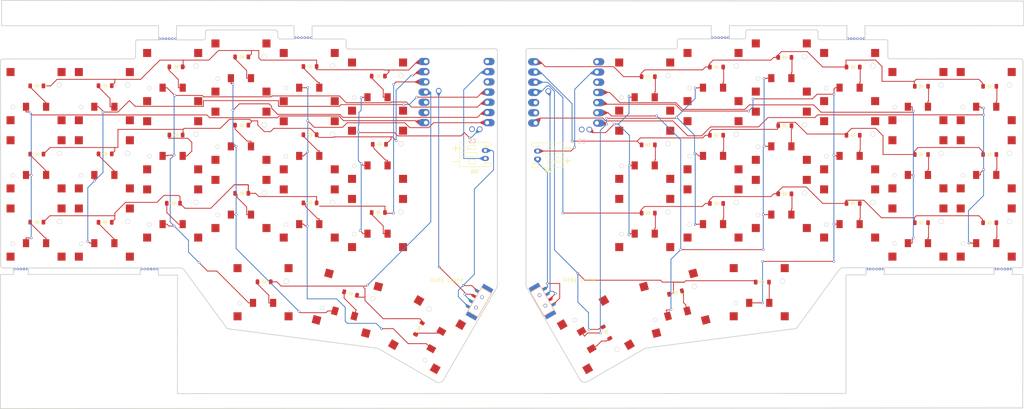
<source format=kicad_pcb>
(kicad_pcb (version 20240108) (generator "pcbnew") (generator_version "8.0")
  (title_block (title "Corne Xiao") (date "2024-09-09") (rev "1.1") (company "Author : Friction"))
  (layers (0 "F.Cu" signal) (31 "B.Cu" signal) (34 "B.Paste" user) (35 "F.Paste" user) (36 "B.SilkS" user "B.Silkscreen") (37 "F.SilkS" user "F.Silkscreen") (38 "B.Mask" user) (39 "F.Mask" user) (44 "Edge.Cuts" user))
  (net 0 "")
  (net 1 "GND")
  (net 2 "VCC")
  (net 3 "VBAT_L")
  (net 4 "VBAT_R")
  (net 5 "GND1")
  (net 6 "ROW0_L")
  (net 7 "Net-(D1-A)")
  (net 8 "Net-(D2-A)")
  (net 9 "Net-(D3-A)")
  (net 10 "Net-(D4-A)")
  (net 11 "Net-(D5-A)")
  (net 12 "Net-(D6-A)")
  (net 13 "ROW1_L")
  (net 14 "Net-(D7-A)")
  (net 15 "Net-(D8-A)")
  (net 16 "Net-(D9-A)")
  (net 17 "Net-(D10-A)")
  (net 18 "Net-(D11-A)")
  (net 19 "Net-(D12-A)")
  (net 20 "ROW2_L")
  (net 21 "Net-(D13-A)")
  (net 22 "Net-(D14-A)")
  (net 23 "Net-(D15-A)")
  (net 24 "Net-(D16-A)")
  (net 25 "Net-(D17-A)")
  (net 26 "Net-(D18-A)")
  (net 27 "ROW3_L")
  (net 28 "Net-(D19-A)")
  (net 29 "Net-(D20-A)")
  (net 30 "Net-(D21-A)")
  (net 31 "ROW0_R")
  (net 32 "Net-(D22-A)")
  (net 33 "Net-(D23-A)")
  (net 34 "Net-(D24-A)")
  (net 35 "Net-(D25-A)")
  (net 36 "Net-(D26-A)")
  (net 37 "Net-(D27-A)")
  (net 38 "ROW1_R")
  (net 39 "Net-(D28-A)")
  (net 40 "Net-(D29-A)")
  (net 41 "Net-(D30-A)")
  (net 42 "Net-(D31-A)")
  (net 43 "Net-(D32-A)")
  (net 44 "Net-(D33-A)")
  (net 45 "ROW2_R")
  (net 46 "Net-(D34-A)")
  (net 47 "Net-(D35-A)")
  (net 48 "Net-(D36-A)")
  (net 49 "Net-(D37-A)")
  (net 50 "Net-(D38-A)")
  (net 51 "Net-(D39-A)")
  (net 52 "ROW3_R")
  (net 53 "Net-(D40-A)")
  (net 54 "Net-(D41-A)")
  (net 55 "Net-(D42-A)")
  (net 56 "CS_L")
  (net 57 "VCCQ")
  (net 58 "CS_R")
  (net 59 "SDA_L")
  (net 60 "SCL_L")
  (net 61 "SDA_R")
  (net 62 "SCL_R")
  (net 64 "BAT+_L")
  (net 66 "BAT+_R")
  (net 67 "COL0_L")
  (net 68 "COL1_L")
  (net 69 "COL2_L")
  (net 70 "COL3_L")
  (net 71 "COL4_L")
  (net 72 "COL5_L")
  (net 73 "COL0_R")
  (net 74 "COL1_R")
  (net 75 "COL2_R")
  (net 76 "COL3_R")
  (net 77 "COL4_R")
  (net 78 "COL5_R")
  (footprint "ScottoKeebs_Components:Diode_SOD-123" (layer "F.Cu") (at 31.609375 37.5 180)
    (property "Reference" "D1" (hide yes))
    (property "Value" "D")
  )
  (footprint "ScottoKeebs_Components:Diode_SOD-123" (layer "F.Cu") (at 48.609375 37.453125 180)
    (property "Reference" "D2" (hide yes))
    (property "Value" "D")
  )
  (footprint "ScottoKeebs_Components:Diode_SOD-123" (layer "F.Cu") (at 66.25 32.75 180)
    (property "Reference" "D3" (hide yes))
    (property "Value" "D")
  )
  (footprint "ScottoKeebs_Components:Diode_SOD-123" (layer "F.Cu") (at 82.609375 30.28125 180)
    (property "Reference" "D4" (hide yes))
    (property "Value" "D")
  )
  (footprint "ScottoKeebs_Components:Diode_SOD-123" (layer "F.Cu") (at 99.609375 32.671875 180)
    (property "Reference" "D5" (hide yes))
    (property "Value" "D")
  )
  (footprint "ScottoKeebs_Components:Diode_SOD-123" (layer "F.Cu") (at 116.609375 35.0625 180)
    (property "Reference" "D6" (hide yes))
    (property "Value" "D")
  )
  (footprint "ScottoKeebs_Components:Diode_SOD-123" (layer "F.Cu") (at 31.609375 54.5 180)
    (property "Reference" "D7" (hide yes))
    (property "Value" "D")
  )
  (footprint "ScottoKeebs_Components:Diode_SOD-123" (layer "F.Cu") (at 48.609375 54.453125 180)
    (property "Reference" "D8" (hide yes))
    (property "Value" "D")
  )
  (footprint "ScottoKeebs_Components:Diode_SOD-123" (layer "F.Cu") (at 66.25 49.75 180)
    (property "Reference" "D9" (hide yes))
    (property "Value" "D")
  )
  (footprint "ScottoKeebs_Components:Diode_SOD-123" (layer "F.Cu") (at 82.609375 47.28125 180)
    (property "Reference" "D10" (hide yes))
    (property "Value" "D")
  )
  (footprint "ScottoKeebs_Components:Diode_SOD-123" (layer "F.Cu") (at 99.609375 49.671875 180)
    (property "Reference" "D11" (hide yes))
    (property "Value" "D")
  )
  (footprint "ScottoKeebs_Components:Diode_SOD-123" (layer "F.Cu") (at 116.875 52.0625 180)
    (property "Reference" "D12" (hide yes))
    (property "Value" "D")
  )
  (footprint "ScottoKeebs_Components:Diode_SOD-123" (layer "F.Cu") (at 31.609375 71.453125 180)
    (property "Reference" "D13" (hide yes))
    (property "Value" "D")
  )
  (footprint "ScottoKeebs_Components:Diode_SOD-123" (layer "F.Cu") (at 48.609375 71.5 180)
    (property "Reference" "D14" (hide yes))
    (property "Value" "D")
  )
  (footprint "ScottoKeebs_Components:Diode_SOD-123" (layer "F.Cu") (at 65.609375 66.75 180)
    (property "Reference" "D15" (hide yes))
    (property "Value" "D")
  )
  (footprint "ScottoKeebs_Components:Diode_SOD-123" (layer "F.Cu") (at 82.609375 64.28125 180)
    (property "Reference" "D16" (hide yes))
    (property "Value" "D")
  )
  (footprint "ScottoKeebs_Components:Diode_SOD-123" (layer "F.Cu") (at 99.609375 66.671875 180)
    (property "Reference" "D17" (hide yes))
    (property "Value" "D")
  )
  (footprint "ScottoKeebs_Components:Diode_SOD-123" (layer "F.Cu") (at 116.609375 69.0625 180)
    (property "Reference" "D18" (hide yes))
    (property "Value" "D")
  )
  (footprint "ScottoKeebs_Components:Diode_SOD-123" (layer "F.Cu") (at 88.1875 86.328125 180)
    (property "Reference" "D19" (hide yes))
    (property "Value" "D")
  )
  (footprint "ScottoKeebs_Components:Diode_SOD-123" (layer "F.Cu") (at 109.703125 89.25 165)
    (property "Reference" "D20" (hide yes))
    (property "Value" "D")
  )
  (footprint "ScottoKeebs_Components:Diode_SOD-123" (layer "F.Cu") (at 126.703125 98.015625 -120)
    (property "Reference" "D21" (hide yes))
    (property "Value" "D")
  )
  (footprint "keeb_switches:CPG1316S01D02_mikeholscher" (layer "F.Cu") (at 48.4199 40.05)
    (property "Reference" "SW2" (hide yes))
    (property "Value" "SW_PUSH" (hide yes))
    (fp_circle (center -5.8 2.75) (end -5.3 2.75) (stroke (width 0.1)) (fill none) (layer "Edge.Cuts"))
    (fp_circle (center 5.8 -2.75) (end 6.4 -2.75) (stroke (width 0.1)) (fill none) (layer "Edge.Cuts"))
  )
  (footprint "keeb_switches:CPG1316S01D02_mikeholscher" (layer "F.Cu") (at 65.4199 35.3)
    (property "Reference" "SW3" (hide yes))
    (property "Value" "SW_PUSH" (hide yes))
    (fp_circle (center -5.8 2.75) (end -5.3 2.75) (stroke (width 0.1)) (fill none) (layer "Edge.Cuts"))
    (fp_circle (center 5.8 -2.75) (end 6.4 -2.75) (stroke (width 0.1)) (fill none) (layer "Edge.Cuts"))
  )
  (footprint "keeb_switches:CPG1316S01D02_mikeholscher" (layer "F.Cu") (at 82.4199 32.9252)
    (property "Reference" "SW4" (hide yes))
    (property "Value" "SW_PUSH" (hide yes))
    (fp_circle (center -5.8 2.75) (end -5.3 2.75) (stroke (width 0.1)) (fill none) (layer "Edge.Cuts"))
    (fp_circle (center 5.8 -2.75) (end 6.4 -2.75) (stroke (width 0.1)) (fill none) (layer "Edge.Cuts"))
  )
  (footprint "keeb_switches:CPG1316S01D02_mikeholscher" (layer "F.Cu") (at 99.4199 35.3009)
    (property "Reference" "SW5" (hide yes))
    (property "Value" "SW_PUSH" (hide yes))
    (fp_circle (center -5.8 2.75) (end -5.3 2.75) (stroke (width 0.1)) (fill none) (layer "Edge.Cuts"))
    (fp_circle (center 5.8 -2.75) (end 6.4 -2.75) (stroke (width 0.1)) (fill none) (layer "Edge.Cuts"))
  )
  (footprint "keeb_switches:CPG1316S01D02_mikeholscher" (layer "F.Cu") (at 31.4199 57.05)
    (property "Reference" "SW7" (hide yes))
    (property "Value" "SW_PUSH" (hide yes))
    (fp_circle (center -5.8 2.75) (end -5.3 2.75) (stroke (width 0.1)) (fill none) (layer "Edge.Cuts"))
    (fp_circle (center 5.8 -2.75) (end 6.4 -2.75) (stroke (width 0.1)) (fill none) (layer "Edge.Cuts"))
  )
  (footprint "keeb_switches:CPG1316S01D02_mikeholscher" (layer "F.Cu") (at 48.4199 57.05)
    (property "Reference" "SW8" (hide yes))
    (property "Value" "SW_PUSH" (hide yes))
    (fp_circle (center -5.8 2.75) (end -5.3 2.75) (stroke (width 0.1)) (fill none) (layer "Edge.Cuts"))
    (fp_circle (center 5.8 -2.75) (end 6.4 -2.75) (stroke (width 0.1)) (fill none) (layer "Edge.Cuts"))
  )
  (footprint "keeb_switches:CPG1316S01D02_mikeholscher" (layer "F.Cu") (at 65.4199 52.3)
    (property "Reference" "SW9" (hide yes))
    (property "Value" "SW_PUSH" (hide yes))
    (fp_circle (center -5.8 2.75) (end -5.3 2.75) (stroke (width 0.1)) (fill none) (layer "Edge.Cuts"))
    (fp_circle (center 5.8 -2.75) (end 6.4 -2.75) (stroke (width 0.1)) (fill none) (layer "Edge.Cuts"))
  )
  (footprint "keeb_switches:CPG1316S01D02_mikeholscher" (layer "F.Cu") (at 82.4199 49.9249)
    (property "Reference" "SW10" (hide yes))
    (property "Value" "SW_PUSH" (hide yes))
    (fp_circle (center -5.8 2.75) (end -5.3 2.75) (stroke (width 0.1)) (fill none) (layer "Edge.Cuts"))
    (fp_circle (center 5.8 -2.75) (end 6.4 -2.75) (stroke (width 0.1)) (fill none) (layer "Edge.Cuts"))
  )
  (footprint "keeb_switches:CPG1316S01D02_mikeholscher" (layer "F.Cu") (at 99.4199 52.3005)
    (property "Reference" "SW11" (hide yes))
    (property "Value" "SW_PUSH" (hide yes))
    (fp_circle (center -5.8 2.75) (end -5.3 2.75) (stroke (width 0.1)) (fill none) (layer "Edge.Cuts"))
    (fp_circle (center 5.8 -2.75) (end 6.4 -2.75) (stroke (width 0.1)) (fill none) (layer "Edge.Cuts"))
  )
  (footprint "keeb_switches:CPG1316S01D02_mikeholscher" (layer "F.Cu") (at 116.4199 54.6751)
    (property "Reference" "SW12" (hide yes))
    (property "Value" "SW_PUSH" (hide yes))
    (fp_circle (center -5.8 2.75) (end -5.3 2.75) (stroke (width 0.1)) (fill none) (layer "Edge.Cuts"))
    (fp_circle (center 5.8 -2.75) (end 6.4 -2.75) (stroke (width 0.1)) (fill none) (layer "Edge.Cuts"))
  )
  (footprint "keeb_switches:CPG1316S01D02_mikeholscher" (layer "F.Cu") (at 31.4199 74.05)
    (property "Reference" "SW13" (hide yes))
    (property "Value" "SW_PUSH" (hide yes))
    (fp_circle (center -5.8 2.75) (end -5.3 2.75) (stroke (width 0.1)) (fill none) (layer "Edge.Cuts"))
    (fp_circle (center 5.8 -2.75) (end 6.4 -2.75) (stroke (width 0.1)) (fill none) (layer "Edge.Cuts"))
  )
  (footprint "keeb_switches:CPG1316S01D02_mikeholscher" (layer "F.Cu") (at 48.4199 74.05)
    (property "Reference" "SW14" (hide yes))
    (property "Value" "SW_PUSH" (hide yes))
    (fp_circle (center -5.8 2.75) (end -5.3 2.75) (stroke (width 0.1)) (fill none) (layer "Edge.Cuts"))
    (fp_circle (center 5.8 -2.75) (end 6.4 -2.75) (stroke (width 0.1)) (fill none) (layer "Edge.Cuts"))
  )
  (footprint "keeb_switches:CPG1316S01D02_mikeholscher" (layer "F.Cu") (at 65.4199 69.3)
    (property "Reference" "SW15" (hide yes))
    (property "Value" "SW_PUSH" (hide yes))
    (fp_circle (center -5.8 2.75) (end -5.3 2.75) (stroke (width 0.1)) (fill none) (layer "Edge.Cuts"))
    (fp_circle (center 5.8 -2.75) (end 6.4 -2.75) (stroke (width 0.1)) (fill none) (layer "Edge.Cuts"))
  )
  (footprint "keeb_switches:CPG1316S01D02_mikeholscher" (layer "F.Cu") (at 82.4199 66.925)
    (property "Reference" "SW16" (hide yes))
    (property "Value" "SW_PUSH" (hide yes))
    (fp_circle (center -5.8 2.75) (end -5.3 2.75) (stroke (width 0.1)) (fill none) (layer "Edge.Cuts"))
    (fp_circle (center 5.8 -2.75) (end 6.4 -2.75) (stroke (width 0.1)) (fill none) (layer "Edge.Cuts"))
  )
  (footprint "keeb_switches:CPG1316S01D02_mikeholscher" (layer "F.Cu") (at 99.4199 69.3)
    (property "Reference" "SW17" (hide yes))
    (property "Value" "SW_PUSH" (hide yes))
    (fp_circle (center -5.8 2.75) (end -5.3 2.75) (stroke (width 0.1)) (fill none) (layer "Edge.Cuts"))
    (fp_circle (center 5.8 -2.75) (end 6.4 -2.75) (stroke (width 0.1)) (fill none) (layer "Edge.Cuts"))
  )
  (footprint "keeb_switches:CPG1316S01D02_mikeholscher" (layer "F.Cu") (at 116.4199 71.675)
    (property "Reference" "SW18" (hide yes))
    (property "Value" "SW_PUSH" (hide yes))
    (fp_circle (center -5.8 2.75) (end -5.3 2.75) (stroke (width 0.1)) (fill none) (layer "Edge.Cuts"))
    (fp_circle (center 5.8 -2.75) (end 6.4 -2.75) (stroke (width 0.1)) (fill none) (layer "Edge.Cuts"))
  )
  (footprint "keeb_switches:CPG1316S01D02_mikeholscher" (layer "F.Cu") (at 87.9199 88.925)
    (property "Reference" "SW19" (hide yes))
    (property "Value" "SW_PUSH" (hide yes))
    (fp_circle (center -5.8 2.75) (end -5.3 2.75) (stroke (width 0.1)) (fill none) (layer "Edge.Cuts"))
    (fp_circle (center 5.8 -2.75) (end 6.4 -2.75) (stroke (width 0.1)) (fill none) (layer "Edge.Cuts"))
  )
  (footprint "keeb_switches:CPG1316S01D02_mikeholscher" (layer "F.Cu") (at 108.9199 91.675 -15)
    (property "Reference" "SW20" (hide yes))
    (property "Value" "SW_PUSH" (hide yes))
    (fp_circle (center -5.8 2.75) (end -5.3 2.75) (stroke (width 0.1)) (fill none) (layer "Edge.Cuts"))
    (fp_circle (center 5.8 -2.75) (end 6.4 -2.75) (stroke (width 0.1)) (fill none) (layer "Edge.Cuts"))
  )
  (footprint "keeb_switches:CPG1316S01D02_mikeholscher" (layer "F.Cu") (at 128.75 99.5 60)
    (property "Reference" "SW21" (hide yes))
    (property "Value" "SW_PUSH" (hide yes))
    (fp_circle (center -5.8 2.75) (end -5.3 2.75) (stroke (width 0.1)) (fill none) (layer "Edge.Cuts"))
    (fp_circle (center 5.8 -2.75) (end 6.4 -2.75) (stroke (width 0.1)) (fill none) (layer "Edge.Cuts"))
  )
  (footprint "keeb_switches:CPG1316S01D02_mikeholscher" (layer "F.Cu") (at 170.75 99.5 -60)
    (property "Reference" "SW42" (hide yes))
    (property "Value" "SW_PUSH" (hide yes))
    (fp_circle (center -5.8 2.75) (end -5.3 2.75) (stroke (width 0.1)) (fill none) (layer "Edge.Cuts"))
    (fp_circle (center 5.8 -2.75) (end 6.4 -2.75) (stroke (width 0.1)) (fill none) (layer "Edge.Cuts"))
  )
  (footprint "ScottoKeebs_Components:Diode_SOD-123" (layer "F.Cu") (at 251.8 37.6)
    (property "Reference" "D23" (hide yes))
    (property "Value" "D")
  )
  (footprint "ScottoKeebs_Components:Diode_SOD-123" (layer "F.Cu") (at 234.8 32.8)
    (property "Reference" "D24" (hide yes))
    (property "Value" "D")
  )
  (footprint "ScottoKeebs_Components:Diode_SOD-123" (layer "F.Cu") (at 217.8 30.4)
    (property "Reference" "D25" (hide yes))
    (property "Value" "D")
  )
  (footprint "ScottoKeebs_Components:Diode_SOD-123" (layer "F.Cu") (at 183.8 35.2)
    (property "Reference" "D27" (hide yes))
    (property "Value" "D")
  )
  (footprint "ScottoKeebs_Components:Diode_SOD-123" (layer "F.Cu") (at 268.8 54.6)
    (property "Reference" "D28" (hide yes))
    (property "Value" "D")
  )
  (footprint "ScottoKeebs_Components:Diode_SOD-123" (layer "F.Cu") (at 251.8 54.6)
    (property "Reference" "D29" (hide yes))
    (property "Value" "D")
  )
  (footprint "ScottoKeebs_Components:Diode_SOD-123" (layer "F.Cu") (at 234.8 49.8)
    (property "Reference" "D30" (hide yes))
    (property "Value" "D")
  )
  (footprint "ScottoKeebs_Components:Diode_SOD-123" (layer "F.Cu") (at 217.8 47.4)
    (property "Reference" "D31" (hide yes))
    (property "Value" "D")
  )
  (footprint "ScottoKeebs_Components:Diode_SOD-123" (layer "F.Cu") (at 200.8 49.8)
    (property "Reference" "D32" (hide yes))
    (property "Value" "D")
  )
  (footprint "ScottoKeebs_Components:Diode_SOD-123" (layer "F.Cu") (at 183.8 52.2)
    (property "Reference" "D33" (hide yes))
    (property "Value" "D")
  )
  (footprint "ScottoKeebs_Components:Diode_SOD-123" (layer "F.Cu") (at 268.8 71.6)
    (property "Reference" "D34" (hide yes))
    (property "Value" "D")
  )
  (footprint "ScottoKeebs_Components:Diode_SOD-123" (layer "F.Cu") (at 251.8 71.6)
    (property "Reference" "D35" (hide yes))
    (property "Value" "D")
  )
  (footprint "ScottoKeebs_Components:Diode_SOD-123" (layer "F.Cu") (at 234.8 66.8)
    (property "Reference" "D36" (hide yes))
    (property "Value" "D")
  )
  (footprint "ScottoKeebs_Components:Diode_SOD-123" (layer "F.Cu") (at 217.8 64.4)
    (property "Reference" "D37" (hide yes))
    (property "Value" "D")
  )
  (footprint "ScottoKeebs_Components:Diode_SOD-123" (layer "F.Cu") (at 200.8 66.8)
    (property "Reference" "D38" (hide yes))
    (property "Value" "D")
  )
  (footprint "ScottoKeebs_Components:Diode_SOD-123" (layer "F.Cu") (at 183.8 69.2)
    (property "Reference" "D39" (hide yes))
    (property "Value" "D")
  )
  (footprint "ScottoKeebs_Components:Diode_SOD-123" (layer "F.Cu") (at 212.2 86.4)
    (property "Reference" "D40" (hide yes))
    (property "Value" "D")
  )
  (footprint "ScottoKeebs_Components:Diode_SOD-123" (layer "F.Cu") (at 190.6 89 15)
    (property "Reference" "D41" (hide yes))
    (property "Value" "D")
  )
  (footprint "ScottoKeebs_Components:Diode_SOD-123" (layer "F.Cu") (at 173.4 99 -60)
    (property "Reference" "D42" (hide yes))
    (property "Value" "D")
  )
  (footprint "ScottoKeebs_Components:Diode_SOD-123" (layer "F.Cu") (at 268.8 37.6)
    (property "Reference" "D22" (hide yes))
    (property "Value" "D")
  )
  (footprint "keeb_switches:CPG1316S01D02_mikeholscher" (layer "F.Cu") (at 216.9269 66.92)
    (property "Reference" "SW37" (hide yes))
    (property "Value" "SW_PUSH" (hide yes))
    (fp_circle (center -5.8 2.75) (end -5.3 2.75) (stroke (width 0.1)) (fill none) (layer "Edge.Cuts"))
    (fp_circle (center 5.8 -2.75) (end 6.4 -2.75) (stroke (width 0.1)) (fill none) (layer "Edge.Cuts"))
  )
  (footprint "keeb_switches:CPG1316S01D02_mikeholscher" (layer "F.Cu") (at 199.9269 69.295)
    (property "Reference" "SW38" (hide yes))
    (property "Value" "SW_PUSH" (hide yes))
    (fp_circle (center -5.8 2.75) (end -5.3 2.75) (stroke (width 0.1)) (fill none) (layer "Edge.Cuts"))
    (fp_circle (center 5.8 -2.75) (end 6.4 -2.75) (stroke (width 0.1)) (fill none) (layer "Edge.Cuts"))
  )
  (footprint "keeb_switches:CPG1316S01D02_mikeholscher" (layer "F.Cu") (at 182.9269 71.67)
    (property "Reference" "SW39" (hide yes))
    (property "Value" "SW_PUSH" (hide yes))
    (fp_circle (center -5.8 2.75) (end -5.3 2.75) (stroke (width 0.1)) (fill none) (layer "Edge.Cuts"))
    (fp_circle (center 5.8 -2.75) (end 6.4 -2.75) (stroke (width 0.1)) (fill none) (layer "Edge.Cuts"))
  )
  (footprint "keeb_switches:CPG1316S01D02_mikeholscher" (layer "F.Cu") (at 211.4269 88.92)
    (property "Reference" "SW40" (hide yes))
    (property "Value" "SW_PUSH" (hide yes))
    (fp_circle (center -5.8 2.75) (end -5.3 2.75) (stroke (width 0.1)) (fill none) (layer "Edge.Cuts"))
    (fp_circle (center 5.8 -2.75) (end 6.4 -2.75) (stroke (width 0.1)) (fill none) (layer "Edge.Cuts"))
  )
  (footprint "keeb_switches:CPG1316S01D02_mikeholscher" (layer "F.Cu") (at 190.4269 91.67 15)
    (property "Reference" "SW41" (hide yes))
    (property "Value" "SW_PUSH" (hide yes))
    (fp_circle (center -5.799999 2.75) (end -5.3 2.75) (stroke (width 0.1)) (fill none) (layer "Edge.Cuts"))
    (fp_circle (center 5.799999 -2.75) (end 6.4 -2.75) (stroke (width 0.1)) (fill none) (layer "Edge.Cuts"))
  )
  (footprint "keeb_switches:CPG1316S01D02_mikeholscher" (layer "F.Cu") (at 216.9269 32.92)
    (property "Reference" "SW25" (hide yes))
    (property "Value" "SW_PUSH" (hide yes))
    (fp_circle (center -5.8 2.75) (end -5.3 2.75) (stroke (width 0.1)) (fill none) (layer "Edge.Cuts"))
    (fp_circle (center 5.8 -2.75) (end 6.4 -2.75) (stroke (width 0.1)) (fill none) (layer "Edge.Cuts"))
  )
  (footprint "keeb_switches:CPG1316S01D02_mikeholscher" (layer "F.Cu") (at 199.9269 35.295)
    (property "Reference" "SW26" (hide yes))
    (property "Value" "SW_PUSH" (hide yes))
    (fp_circle (center -5.8 2.75) (end -5.3 2.75) (stroke (width 0.1)) (fill none) (layer "Edge.Cuts"))
    (fp_circle (center 5.8 -2.75) (end 6.4 -2.75) (stroke (width 0.1)) (fill none) (layer "Edge.Cuts"))
  )
  (footprint "keeb_switches:CPG1316S01D02_mikeholscher" (layer "F.Cu") (at 267.9269 57.045)
    (property "Reference" "SW28" (hide yes))
    (property "Value" "SW_PUSH" (hide yes))
    (fp_circle (center -5.8 2.75) (end -5.3 2.75) (stroke (width 0.1)) (fill none) (layer "Edge.Cuts"))
    (fp_circle (center 5.8 -2.75) (end 6.4 -2.75) (stroke (width 0.1)) (fill none) (layer "Edge.Cuts"))
  )
  (footprint "keeb_switches:CPG1316S01D02_mikeholscher" (layer "F.Cu") (at 233.9269 35.295)
    (property "Reference" "SW24" (hide yes))
    (property "Value" "SW_PUSH" (hide yes))
    (fp_circle (center -5.8 2.75) (end -5.3 2.75) (stroke (width 0.1)) (fill none) (layer "Edge.Cuts"))
    (fp_circle (center 5.8 -2.75) (end 6.4 -2.75) (stroke (width 0.1)) (fill none) (layer "Edge.Cuts"))
  )
  (footprint "keeb_switches:CPG1316S01D02_mikeholscher" (layer "F.Cu") (at 250.9269 57.045)
    (property "Reference" "SW29" (hide yes))
    (property "Value" "SW_PUSH" (hide yes))
    (fp_circle (center -5.8 2.75) (end -5.3 2.75) (stroke (width 0.1)) (fill none) (layer "Edge.Cuts"))
    (fp_circle (center 5.8 -2.75) (end 6.4 -2.75) (stroke (width 0.1)) (fill none) (layer "Edge.Cuts"))
  )
  (footprint "keeb_switches:CPG1316S01D02_mikeholscher" (layer "F.Cu") (at 250.9269 74.045)
    (property "Reference" "SW35" (hide yes))
    (property "Value" "SW_PUSH" (hide yes))
    (fp_circle (center -5.8 2.75) (end -5.3 2.75) (stroke (width 0.1)) (fill none) (layer "Edge.Cuts"))
    (fp_circle (center 5.8 -2.75) (end 6.4 -2.75) (stroke (width 0.1)) (fill none) (layer "Edge.Cuts"))
  )
  (footprint "keeb_switches:CPG1316S01D02_mikeholscher" (layer "F.Cu") (at 233.9269 69.295)
    (property "Reference" "SW36" (hide yes))
    (property "Value" "SW_PUSH" (hide yes))
    (fp_circle (center -5.8 2.75) (end -5.3 2.75) (stroke (width 0.1)) (fill none) (layer "Edge.Cuts"))
    (fp_circle (center 5.8 -2.75) (end 6.4 -2.75) (stroke (width 0.1)) (fill none) (layer "Edge.Cuts"))
  )
  (footprint "keeb_switches:CPG1316S01D02_mikeholscher" (layer "F.Cu") (at 267.9269 40.045)
    (property "Reference" "SW22" (hide yes))
    (property "Value" "SW_PUSH" (hide yes))
    (fp_circle (center -5.8 2.75) (end -5.3 2.75) (stroke (width 0.1)) (fill none) (layer "Edge.Cuts"))
    (fp_circle (center 5.8 -2.75) (end 6.4 -2.75) (stroke (width 0.1)) (fill none) (layer "Edge.Cuts"))
  )
  (footprint "keeb_switches:CPG1316S01D02_mikeholscher" (layer "F.Cu") (at 250.9269 40.045)
    (property "Reference" "SW23" (hide yes))
    (property "Value" "SW_PUSH" (hide yes))
    (fp_circle (center -5.8 2.75) (end -5.3 2.75) (stroke (width 0.1)) (fill none) (layer "Edge.Cuts"))
    (fp_circle (center 5.8 -2.75) (end 6.4 -2.75) (stroke (width 0.1)) (fill none) (layer "Edge.Cuts"))
  )
  (footprint "keeb_switches:CPG1316S01D02_mikeholscher" (layer "F.Cu") (at 233.9269 52.295)
    (property "Reference" "SW30" (hide yes))
    (property "Value" "SW_PUSH" (hide yes))
    (fp_circle (center -5.8 2.75) (end -5.3 2.75) (stroke (width 0.1)) (fill none) (layer "Edge.Cuts"))
    (fp_circle (center 5.8 -2.75) (end 6.4 -2.75) (stroke (width 0.1)) (fill none) (layer "Edge.Cuts"))
  )
  (footprint "keeb_switches:CPG1316S01D02_mikeholscher" (layer "F.Cu") (at 216.9269 49.92)
    (property "Reference" "SW31" (hide yes))
    (property "Value" "SW_PUSH" (hide yes))
    (fp_circle (center -5.8 2.75) (end -5.3 2.75) (stroke (width 0.1)) (fill none) (layer "Edge.Cuts"))
    (fp_circle (center 5.8 -2.75) (end 6.4 -2.75) (stroke (width 0.1)) (fill none) (layer "Edge.Cuts"))
  )
  (footprint "keeb_switches:CPG1316S01D02_mikeholscher" (layer "F.Cu") (at 199.9269 52.295)
    (property "Reference" "SW32" (hide yes))
    (property "Value" "SW_PUSH" (hide yes))
    (fp_circle (center -5.8 2.75) (end -5.3 2.75) (stroke (width 0.1)) (fill none) (layer "Edge.Cuts"))
    (fp_circle (center 5.8 -2.75) (end 6.4 -2.75) (stroke (width 0.1)) (fill none) (layer "Edge.Cuts"))
  )
  (footprint "keeb_switches:CPG1316S01D02_mikeholscher" (layer "F.Cu") (at 182.9269 54.67)
    (property "Reference" "SW33" (hide yes))
    (property "Value" "SW_PUSH" (hide yes))
    (fp_circle (center -5.8 2.75) (end -5.3 2.75) (stroke (width 0.1)) (fill none) (layer "Edge.Cuts"))
    (fp_circle (center 5.8 -2.75) (end 6.4 -2.75) (stroke (width 0.1)) (fill none) (layer "Edge.Cuts"))
  )
  (footprint "keeb_switches:CPG1316S01D02_mikeholscher" (layer "F.Cu") (at 267.9269 74.045)
    (property "Reference" "SW34" (hide yes))
    (property "Value" "SW_PUSH" (hide yes))
    (fp_circle (center -5.8 2.75) (end -5.3 2.75) (stroke (width 0.1)) (fill none) (layer "Edge.Cuts"))
    (fp_circle (center 5.8 -2.75) (end 6.4 -2.75) (stroke (width 0.1)) (fill none) (layer "Edge.Cuts"))
  )
  (footprint "ScottoKeebs_Components:Diode_SOD-123" (layer "F.Cu") (at 200.8 32.8)
    (property "Reference" "D26" (hide yes))
    (property "Value" "D")
  )
  (footprint "keeb_switches:CPG1316S01D02_mikeholscher" (layer "F.Cu") (at 31.4199 40.05)
    (property "Reference" "SW1" (hide yes))
    (property "Value" "SW_PUSH" (hide yes))
    (fp_circle (center -5.8 2.75) (end -5.3 2.75) (stroke (width 0.1)) (fill none) (layer "Edge.Cuts"))
    (fp_circle (center 5.8 -2.75) (end 6.4 -2.75) (stroke (width 0.1)) (fill none) (layer "Edge.Cuts"))
  )
  (footprint "keeb_switches:CPG1316S01D02_mikeholscher" (layer "F.Cu") (at 116.4199 37.6755)
    (property "Reference" "SW6" (hide yes))
    (property "Value" "SW_PUSH" (hide yes))
    (fp_circle (center -5.8 2.75) (end -5.3 2.75) (stroke (width 0.1)) (fill none) (layer "Edge.Cuts"))
    (fp_circle (center 5.8 -2.75) (end 6.4 -2.75) (stroke (width 0.1)) (fill none) (layer "Edge.Cuts"))
  )
  (footprint "keeb_switches:CPG1316S01D02_mikeholscher" (layer "F.Cu") (at 182.9199 37.675)
    (property "Reference" "SW27" (hide yes))
    (property "Value" "SW_PUSH" (hide yes))
    (fp_circle (center -5.8 2.75) (end -5.3 2.75) (stroke (width 0.1)) (fill none) (layer "Edge.Cuts"))
    (fp_circle (center 5.8 -2.75) (end 6.4 -2.75) (stroke (width 0.1)) (fill none) (layer "Edge.Cuts"))
  )
  (footprint "fp:xiao-ble-tht" (layer "F.Cu") (at 136.0843 39.0469)
    (property "Reference" "U1" (hide yes))
    (property "Value" "xiao-ble" (hide yes))
  )
  (footprint "fp:xiao-ble-tht" (layer "F.Cu") (at 163.3793 39.1269)
    (property "Reference" "U2" (hide yes))
    (property "Value" "xiao-ble" (hide yes))
  )
  (footprint "fp:MSK12C02_reversible" (layer "F.Cu") (at 141 95.4 150)
    (property "Reference" "PSW1" (hide yes))
    (property "Value" "SW_SPDT")
  )
  (footprint "kbd:M2_HOLE_v2" (layer "F.Cu") (at 144.1124 83.82)
    (property "Reference" "H7" (hide yes))
    (property "Value" "MountingHole" (hide yes))
  )
  (footprint "kbd:M2_HOLE_v2" (layer "F.Cu") (at 170.4624 76.195)
    (property "Reference" "H13" (hide yes))
    (property "Value" "MountingHole" (hide yes))
  )
  (footprint "Connector_JST:JST_PH_S2B-PH-K_1x02_P2.00mm_Horizontal" (layer "F.Cu") (at 156.26 55.74 90)
    (property "Reference" "B2" (hide yes))
    (property "Value" "JST Battery")
  )
  (footprint "Connector_JST:JST_PH_S2B-PH-K_1x02_P2.00mm_Horizontal" (layer "F.Cu") (at 143.25 53.6 -90)
    (property "Reference" "B1" (hide yes))
    (property "Value" "JST Battery")
  )
  (footprint "kbd:M2_HOLE_v2" (layer "F.Cu") (at 155.3374 83.57)
    (property "Reference" "H14" (hide yes))
    (property "Value" "MountingHole" (hide yes))
  )
  (footprint "fp:MSK12C02_reversible" (layer "F.Cu") (at 154.4 88.4 30)
    (property "Reference" "PSW2" (hide yes))
    (property "Value" "SW_SPDT")
  )
  (footprint "kbd:M2_HOLE_v2" (layer "F.Cu") (at 129.2624 76.145)
    (property "Reference" "H6" (hide yes))
    (property "Value" "MountingHole" (hide yes))
  )
  (gr_line (start 22.84375 22.5) (end 61.890625 22.5) (stroke (width 0.2)) (layer "Edge.Cuts"))
  (gr_line (start 66.40625 26.03125) (end 73.078004 26.03125) (stroke (width 0.2)) (layer "Edge.Cuts"))
  (gr_line (start 92.078197 25.828217) (end 95.625 25.828217) (stroke (width 0.2)) (layer "Edge.Cuts"))
  (gr_line (start 68.3563 83.436623) (end 78.899324 97.893783) (stroke (width 0.2)) (layer "Edge.Cuts"))
  (gr_line (start 79.252889 98.040081) (end 115.923339 102.810454) (stroke (width 0.2)) (layer "Edge.Cuts"))
  (gr_curve (pts (xy 130.871978 111.201078) (xy 131.507077 111.629147) (xy 132.36893 111.461308) (xy 132.796999 110.82622)) (stroke (width 0.2)) (layer "Edge.Cuts"))
  (gr_line (start 132.800095 110.821606) (end 146.026119 87.889239) (stroke (width 0.2)) (layer "Edge.Cuts"))
  (gr_curve (pts (xy 108.606558 27.828198) (xy 108.606628 28.104339) (xy 108.830535 28.328141) (xy 109.10668 28.328072)) (stroke (width 0.2)) (layer "Edge.Cuts"))
  (gr_curve (pts (xy 108.606558 26.328077) (xy 108.606489 26.052031) (xy 108.382731 25.828273) (xy 108.106685 25.828203)) (stroke (width 0.2)) (layer "Edge.Cuts"))
  (gr_curve (pts (xy 91.578075 25.328091) (xy 91.578006 25.604231) (xy 91.801803 25.828148) (xy 92.077949 25.828217)) (stroke (width 0.2)) (layer "Edge.Cuts"))
  (gr_curve (pts (xy 91.578075 24.078159) (xy 91.578145 23.802019) (xy 91.354347 23.578102) (xy 91.078202 23.578033)) (stroke (width 0.2)) (layer "Edge.Cuts"))
  (gr_curve (pts (xy 74.077999 23.578033) (xy 73.801853 23.578102) (xy 73.578056 23.802014) (xy 73.578125 24.078154)) (stroke (width 0.2)) (layer "Edge.Cuts"))
  (gr_curve (pts (xy 73.078004 26.03125) (xy 73.354149 26.03132) (xy 73.578056 25.807517) (xy 73.578125 25.531377)) (stroke (width 0.2)) (layer "Edge.Cuts"))
  (gr_curve (pts (xy 56.702067 26.03125) (xy 56.426021 26.03132) (xy 56.202263 26.255078) (xy 56.202194 26.531124)) (stroke (width 0.2)) (layer "Edge.Cuts"))
  (gr_curve (pts (xy 55.702072 30.781299) (xy 55.978218 30.781368) (xy 56.202124 30.557566) (xy 56.202194 30.281425)) (stroke (width 0.2)) (layer "Edge.Cuts"))
  (gr_curve (pts (xy 23.078252 30.8125) (xy 22.802111 30.81243) (xy 22.578195 31.036228) (xy 22.578125 31.312368)) (stroke (width 0.2)) (layer "Edge.Cuts"))
  (gr_curve (pts (xy 22.609253 82.375127) (xy 22.609323 82.651272) (xy 22.833234 82.87507) (xy 23.109375 82.875)) (stroke (width 0.2)) (layer "Edge.Cuts"))
  (gr_line (start 116.577895 102.939994) (end 130.871978 111.201078) (stroke (width 0.2)) (layer "Edge.Cuts"))
  (gr_line (start 108.106685 25.828203) (end 100.140625 25.82668) (stroke (width 0.2)) (layer "Edge.Cuts"))
  (gr_curve (pts (xy 146.25 28.75) (xy 146.249941 28.473954) (xy 146.026163 28.250191) (xy 145.750117 28.250127)) (stroke (width 0.2)) (layer "Edge.Cuts"))
  (gr_line (start 145.750117 28.250127) (end 109.10668 28.328072) (stroke (width 0.2)) (layer "Edge.Cuts"))
  (gr_line (start 108.60503 27.825658) (end 108.60503 26.32706) (stroke (width 0.2)) (layer "Edge.Cuts"))
  (gr_curve (pts (xy 146.025604 87.887711) (xy 146.178341 87.622579) (xy 146.256783 87.321172) (xy 146.252695 87.015222)) (stroke (width 0.2)) (layer "Edge.Cuts"))
  (gr_curve (pts (xy 78.899324 97.893783) (xy 78.993115 97.987495) (xy 79.120294 98.04012) (xy 79.252889 98.040081)) (stroke (width 0.2)) (layer "Edge.Cuts"))
  (gr_curve (pts (xy 116.577895 102.939994) (xy 116.364465 102.875551) (xy 116.145232 102.832163) (xy 115.923339 102.810454)) (stroke (width 0.2)) (layer "Edge.Cuts"))
  (gr_line (start 100.140625 25.82668) (end 100.140625 22.5469) (stroke (width 0.2)) (layer "Edge.Cuts"))
  (gr_line (start 238 84.608094) (end 233.017767 84.610076) (stroke (width 0.2)) (layer "Edge.Cuts"))
  (gr_line (start 277.25 16.375) (end 277.25 22.484387) (stroke (width 0.2)) (layer "Edge.Cuts"))
  (gr_curve (pts (xy 225.562163 23.531133) (xy 225.838309 23.531202) (xy 226.062106 23.755114) (xy 226.062037 24.031254)) (stroke (width 0.2)) (layer "Edge.Cuts"))
  (gr_line (start 66.622395 84.656976) (end 66.615263 114.189994) (stroke (width 0.2)) (layer "Edge.Cuts"))
  (gr_curve (pts (xy 191.033604 26.281177) (xy 191.033673 26.005131) (xy 191.257431 25.781373) (xy 191.533477 25.781303)) (stroke (width 0.2)) (layer "Edge.Cuts"))
  (gr_line (start 277.062037 31.265468) (end 277.030909 82.328227) (stroke (width 0.2)) (layer "Edge.Cuts"))
  (gr_line (start 66.40625 26.03125) (end 66.390625 22.505) (stroke (width 0.2)) (layer "Edge.Cuts"))
  (gr_line (start 95.625 22.5) (end 95.625 25.828217) (stroke (width 0.2)) (layer "Edge.Cuts"))
  (gr_line (start 22.543468 117.918947) (end 277 117.75) (stroke (width 0.2)) (layer "Edge.Cuts"))
  (gr_line (start 237.734375 25.98435) (end 237.734375 22.5) (stroke (width 0.2)) (layer "Edge.Cuts"))
  (gr_line (start 243.93809 30.734399) (end 276.56191 30.7656) (stroke (width 0.2)) (layer "Edge.Cuts"))
  (gr_curve (pts (xy 226.562158 25.98435) (xy 226.286013 25.98442) (xy 226.062106 25.760617) (xy 226.062037 25.484477)) (stroke (width 0.2)) (layer "Edge.Cuts"))
  (gr_line (start 243.437968 26.484224) (end 243.437968 30.234525) (stroke (width 0.2)) (layer "Edge.Cuts"))
  (gr_line (start 191.533477 25.781303) (end 199.484375 25.77978) (stroke (width 0.2)) (layer "Edge.Cuts"))
  (gr_line (start 242.530787 82.8281) (end 242.530787 84.5) (stroke (width 0.2)) (layer "Edge.Cuts"))
  (gr_line (start 233.017767 84.610076) (end 233.024899 114.143094) (stroke (width 0.2)) (layer "Edge.Cuts"))
  (gr_line (start 207.561965 25.781317) (end 204.015162 25.781317) (stroke (width 0.2)) (layer "Edge.Cuts"))
  (gr_line (start 204.015162 25.781317) (end 204.015162 22.49) (stroke (width 0.2)) (layer "Edge.Cuts"))
  (gr_line (start 22.578125 84.5) (end 22.543468 117.918947) (stroke (width 0.2)) (layer "Edge.Cuts"))
  (gr_line (start 191.035132 27.778758) (end 191.035132 26.28016) (stroke (width 0.2)) (layer "Edge.Cuts"))
  (gr_curve (pts (xy 208.062087 24.031259) (xy 208.062017 23.755119) (xy 208.285815 23.531202) (xy 208.56196 23.531133)) (stroke (width 0.2)) (layer "Edge.Cuts"))
  (gr_curve (pts (xy 242.938095 25.98435) (xy 243.214141 25.98442) (xy 243.437899 26.208178) (xy 243.437968 26.484224)) (stroke (width 0.2)) (layer "Edge.Cuts"))
  (gr_line (start 55.702072 30.781299) (end 23.078252 30.8125) (stroke (width 0.2)) (layer "Edge.Cuts"))
  (gr_line (start 57.375 84.5) (end 29.484375 84.5) (stroke (width 0.2)) (layer "Edge.Cuts"))
  (gr_line (start 233.233912 22.5) (end 233.233912 25.98435) (stroke (width 0.2)) (layer "Edge.Cuts"))
  (gr_line (start 22.84375 16.195312) (end 277.25 16.375) (stroke (width 0.2)) (layer "Edge.Cuts"))
  (gr_line (start 29.484375 82.875) (end 57.375 82.875) (stroke (width 0.2)) (layer "Edge.Cuts"))
  (gr_line (start 74.077999 23.578033) (end 91.078202 23.578033) (stroke (width 0.2)) (layer "Edge.Cuts"))
  (gr_line (start 29.484375 84.5) (end 29.484375 82.875) (stroke (width 0.2)) (layer "Edge.Cuts"))
  (gr_line (start 23.109375 82.875) (end 25.765625 82.875) (stroke (width 0.2)) (layer "Edge.Cuts"))
  (gr_line (start 269.875 82.8281) (end 242.530787 82.8281) (stroke (width 0.2)) (layer "Edge.Cuts"))
  (gr_line (start 22.578125 31.312368) (end 22.609253 82.375127) (stroke (width 0.2)) (layer "Edge.Cuts"))
  (gr_line (start 66.615263 114.189994) (end 233.024899 114.143094) (stroke (width 0.2)) (layer "Edge.Cuts"))
  (gr_curve (pts (xy 243.93809 30.734399) (xy 243.661944 30.734468) (xy 243.438038 30.510666) (xy 243.437968 30.234525)) (stroke (width 0.2)) (layer "Edge.Cuts"))
  (gr_line (start 269.875 84.5) (end 269.875 82.8281) (stroke (width 0.2)) (layer "Edge.Cuts"))
  (gr_line (start 204.015162 22.49) (end 233.233912 22.5) (stroke (width 0.2)) (layer "Edge.Cuts"))
  (gr_line (start 231.283862 83.389723) (end 220.740838 97.846883) (stroke (width 0.2)) (layer "Edge.Cuts"))
  (gr_line (start 66.390625 22.505) (end 95.625 22.5) (stroke (width 0.2)) (layer "Edge.Cuts"))
  (gr_line (start 238 82.8281) (end 231.905787 82.8281) (stroke (width 0.2)) (layer "Edge.Cuts"))
  (gr_line (start 226.062037 24.031259) (end 226.062037 25.484477) (stroke (width 0.2)) (layer "Edge.Cuts"))
  (gr_curve (pts (xy 191.033604 27.781298) (xy 191.033534 28.057439) (xy 190.809627 28.281241) (xy 190.533482 28.281172)) (stroke (width 0.2)) (layer "Edge.Cuts"))
  (gr_line (start 242.530787 84.5) (end 269.875 84.5) (stroke (width 0.2)) (layer "Edge.Cuts"))
  (gr_line (start 25.765625 84.5) (end 22.578125 84.5) (stroke (width 0.2)) (layer "Edge.Cuts"))
  (gr_curve (pts (xy 277.030909 82.328227) (xy 277.030839 82.604372) (xy 276.806928 82.82817) (xy 276.530787 82.8281)) (stroke (width 0.2)) (layer "Edge.Cuts"))
  (gr_curve (pts (xy 153.390162 28.7031) (xy 153.390221 28.427054) (xy 153.613999 28.203291) (xy 153.890045 28.203227)) (stroke (width 0.2)) (layer "Edge.Cuts"))
  (gr_line (start 56.702067 26.03125) (end 61.890625 26.03125) (stroke (width 0.2)) (layer "Edge.Cuts"))
  (gr_curve (pts (xy 183.062267 102.893094) (xy 183.275697 102.828651) (xy 183.49493 102.785263) (xy 183.716823 102.763554)) (stroke (width 0.2)) (layer "Edge.Cuts"))
  (gr_line (start 68.3563 83.436623) (end 67.734375 82.875) (stroke (width 0.2)) (layer "Edge.Cuts"))
  (gr_line (start 61.890625 82.875) (end 61.906978 84.655768) (stroke (width 0.2)) (layer "Edge.Cuts"))
  (gr_line (start 61.890625 82.875) (end 67.734375 82.875) (stroke (width 0.2)) (layer "Edge.Cuts"))
  (gr_line (start 225.562163 23.531133) (end 208.56196 23.531133) (stroke (width 0.2)) (layer "Edge.Cuts"))
  (gr_line (start 61.890625 22.5) (end 61.890625 26.03125) (stroke (width 0.2)) (layer "Edge.Cuts"))
  (gr_line (start 276.530787 82.8281) (end 274.405787 82.8281) (stroke (width 0.2)) (layer "Edge.Cuts"))
  (gr_line (start 56.202194 26.531124) (end 56.202194 30.281425) (stroke (width 0.2)) (layer "Edge.Cuts"))
  (gr_line (start 146.25 28.75) (end 146.252695 87.015222) (stroke (width 0.2)) (layer "Edge.Cuts"))
  (gr_line (start 91.578075 24.078159) (end 91.578075 25.328091) (stroke (width 0.2)) (layer "Edge.Cuts"))
  (gr_curve (pts (xy 276.56191 30.7656) (xy 276.838051 30.76553) (xy 277.061967 30.989328) (xy 277.062037 31.265468)) (stroke (width 0.2)) (layer "Edge.Cuts"))
  (gr_line (start 61.906978 84.655768) (end 66.622395 84.656976) (stroke (width 0.2)) (layer "Edge.Cuts"))
  (gr_line (start 238 82.8281) (end 238 84.608094) (stroke (width 0.2)) (layer "Edge.Cuts"))
  (gr_line (start 183.062267 102.893094) (end 168.768184 111.154178) (stroke (width 0.2)) (layer "Edge.Cuts"))
  (gr_line (start 153.890045 28.203227) (end 190.533482 28.281172) (stroke (width 0.2)) (layer "Edge.Cuts"))
  (gr_curve (pts (xy 168.768184 111.154178) (xy 168.133085 111.582247) (xy 167.271232 111.414408) (xy 166.843163 110.77932)) (stroke (width 0.2)) (layer "Edge.Cuts"))
  (gr_line (start 199.484375 22.5) (end 199.484375 25.77978) (stroke (width 0.2)) (layer "Edge.Cuts"))
  (gr_curve (pts (xy 153.614558 87.840811) (xy 153.461821 87.575679) (xy 153.383379 87.274272) (xy 153.387467 86.968322)) (stroke (width 0.2)) (layer "Edge.Cuts"))
  (gr_curve (pts (xy 220.740838 97.846883) (xy 220.647047 97.940595) (xy 220.519868 97.99322) (xy 220.387273 97.993181)) (stroke (width 0.2)) (layer "Edge.Cuts"))
  (gr_line (start 231.283862 83.389723) (end 231.905787 82.8281) (stroke (width 0.2)) (layer "Edge.Cuts"))
  (gr_line (start 274.405787 82.8281) (end 274.405787 84.5) (stroke (width 0.2)) (layer "Edge.Cuts"))
  (gr_line (start 166.840067 110.774706) (end 153.614043 87.842339) (stroke (width 0.2)) (layer "Edge.Cuts"))
  (gr_line (start 242.938095 25.98435) (end 237.734375 25.98435) (stroke (width 0.2)) (layer "Edge.Cuts"))
  (gr_line (start 73.578125 24.078159) (end 73.578125 25.531377) (stroke (width 0.2)) (layer "Edge.Cuts"))
  (gr_curve (pts (xy 208.062087 25.281191) (xy 208.062156 25.557331) (xy 207.838359 25.781248) (xy 207.562213 25.781317)) (stroke (width 0.2)) (layer "Edge.Cuts"))
  (gr_line (start 25.765625 82.875) (end 25.765625 84.5) (stroke (width 0.2)) (layer "Edge.Cuts"))
  (gr_line (start 277.062037 84.5) (end 277 117.75) (stroke (width 0.2)) (layer "Edge.Cuts"))
  (gr_line (start 100.140625 22.5469) (end 199.484375 22.5) (stroke (width 0.2)) (layer "Edge.Cuts"))
  (gr_line (start 22.84375 16.195312) (end 22.84375 22.5) (stroke (width 0.2)) (layer "Edge.Cuts"))
  (gr_line (start 237.734375 22.5) (end 277.25 22.484387) (stroke (width 0.2)) (layer "Edge.Cuts"))
  (gr_line (start 233.233912 25.98435) (end 226.562158 25.98435) (stroke (width 0.2)) (layer "Edge.Cuts"))
  (gr_line (start 208.062087 24.031259) (end 208.062087 25.281191) (stroke (width 0.2)) (layer "Edge.Cuts"))
  (gr_line (start 153.390162 28.7031) (end 153.387467 86.968322) (stroke (width 0.2)) (layer "Edge.Cuts"))
  (gr_line (start 274.405787 84.5) (end 277.062037 84.5) (stroke (width 0.2)) (layer "Edge.Cuts"))
  (gr_line (start 57.375 82.875) (end 57.375 84.5) (stroke (width 0.2)) (layer "Edge.Cuts"))
  (gr_line (start 220.387273 97.993181) (end 183.716823 102.763554) (stroke (width 0.2)) (layer "Edge.Cuts"))
  (gr_text "CS" (at 141.062395 51.836724 0) (layer "B.SilkS") (effects (font (size 1 1) (thickness 0.125)) (justify left bottom mirror)))
  (gr_text "CS" (at 168.312395 51.886724 0) (layer "B.SilkS") (effects (font (size 1 1) (thickness 0.125)) (justify left bottom mirror)))
  (gr_text "baby corne\n" (at 129.4 85.8 0) (layer "F.SilkS") (effects (font (size 1 1) (thickness 0.125)) (justify left)))
  (gr_text "baby corne\n" (at 162.5 85.75 0) (layer "F.SilkS") (effects (font (size 1 1) (thickness 0.125)) (justify left)))
  (gr_text "+" (at 162.4 57.2 0) (layer "F.SilkS") (effects (font (size 2 2) (thickness 0.2) (bold yes)) (justify left bottom)))
  (gr_text "+" (at 134.5 54.1 -0) (layer "F.SilkS") (effects (font (size 2 2) (thickness 0.2) (bold yes)) (justify left bottom)))
  (gr_text "-" (at 162.4 53.95 0) (layer "F.SilkS") (effects (font (size 2 2) (thickness 0.2) (bold yes)) (justify left bottom)))
  (gr_text "BAT" (at 139.5 59.35 0) (layer "F.SilkS") (effects (font (size 0.8 0.8)) (justify left bottom)))
  (gr_text "-" (at 137.25 55.35 -180) (layer "F.SilkS") (effects (font (size 2 2) (thickness 0.2) (bold yes)) (justify left bottom)))
  (gr_text "BAT" (at 157.9 59.2 0) (layer "F.SilkS") (effects (font (size 0.8 0.8)) (justify left bottom)))
  (via (at 201.34375 25.5) (size 0.6) (drill 0.3) (layers "F.Cu" "B.Cu") (net 0))
  (via (at 99.078125 25.5) (size 0.6) (drill 0.3) (layers "F.Cu" "B.Cu") (net 0))
  (via (at 234.28125 25.765625) (size 0.6) (drill 0.3) (layers "F.Cu" "B.Cu") (net 0))
  (via (at 59.234375 83.140625) (size 0.6) (drill 0.3) (layers "F.Cu" "B.Cu") (net 0))
  (via (at 203.734375 25.5) (size 0.6) (drill 0.3) (layers "F.Cu" "B.Cu") (net 0))
  (via (at 58.4375 83.140625) (size 0.6) (drill 0.3) (layers "F.Cu" "B.Cu") (net 0))
  (via (at 64.546875 25.765625) (size 0.6) (drill 0.3) (layers "F.Cu" "B.Cu") (net 0))
  (via (at 26.03125 83.140625) (size 0.6) (drill 0.3) (layers "F.Cu" "B.Cu") (net 0))
  (via (at 66.140625 25.765625) (size 0.6) (drill 0.3) (layers "F.Cu" "B.Cu") (net 0))
  (via (at 65.34375 25.765625) (size 0.6) (drill 0.3) (layers "F.Cu" "B.Cu") (net 0))
  (via (at 233.484375 25.765625) (size 0.6) (drill 0.3) (layers "F.Cu" "B.Cu") (net 0))
  (via (at 95.890625 25.5) (size 0.6) (drill 0.3) (layers "F.Cu" "B.Cu") (net 0))
  (via (at 270.9375 83.140625) (size 0.6) (drill 0.3) (layers "F.Cu" "B.Cu") (net 0))
  (via (at 240.65625 83.140625) (size 0.6) (drill 0.3) (layers "F.Cu" "B.Cu") (net 0))
  (via (at 96.6875 25.5) (size 0.6) (drill 0.3) (layers "F.Cu" "B.Cu") (net 0))
  (via (at 235.875 25.765625) (size 0.6) (drill 0.3) (layers "F.Cu" "B.Cu") (net 0))
  (via (at 27.625 83.140625) (size 0.6) (drill 0.3) (layers "F.Cu" "B.Cu") (net 0))
  (via (at 235.078125 25.765625) (size 0.6) (drill 0.3) (layers "F.Cu" "B.Cu") (net 0))
  (via (at 98.28125 25.5) (size 0.6) (drill 0.3) (layers "F.Cu" "B.Cu") (net 0))
  (via (at 238.265625 83.140625) (size 0.6) (drill 0.3) (layers "F.Cu" "B.Cu") (net 0))
  (via (at 239.859375 83.140625) (size 0.6) (drill 0.3) (layers "F.Cu" "B.Cu") (net 0))
  (via (at 271.734375 83.140625) (size 0.6) (drill 0.3) (layers "F.Cu" "B.Cu") (net 0))
  (via (at 57.640625 83.140625) (size 0.6) (drill 0.3) (layers "F.Cu" "B.Cu") (net 0))
  (via (at 202.9375 25.5) (size 0.6) (drill 0.3) (layers "F.Cu" "B.Cu") (net 0))
  (via (at 60.03125 83.140625) (size 0.6) (drill 0.3) (layers "F.Cu" "B.Cu") (net 0))
  (via (at 270.140625 83.140625) (size 0.6) (drill 0.3) (layers "F.Cu" "B.Cu") (net 0))
  (via (at 199.75 25.5) (size 0.6) (drill 0.3) (layers "F.Cu" "B.Cu") (net 0))
  (via (at 274.125 83.140625) (size 0.6) (drill 0.3) (layers "F.Cu" "B.Cu") (net 0))
  (via (at 97.484375 25.5) (size 0.6) (drill 0.3) (layers "F.Cu" "B.Cu") (net 0))
  (via (at 237.46875 25.765625) (size 0.6) (drill 0.3) (layers "F.Cu" "B.Cu") (net 0))
  (via (at 26.828125 83.140625) (size 0.6) (drill 0.3) (layers "F.Cu" "B.Cu") (net 0))
  (via (at 273.328125 83.140625) (size 0.6) (drill 0.3) (layers "F.Cu" "B.Cu") (net 0))
  (via (at 28.421875 83.140625) (size 0.6) (drill 0.3) (layers "F.Cu" "B.Cu") (net 0))
  (via (at 236.671875 25.765625) (size 0.6) (drill 0.3) (layers "F.Cu" "B.Cu") (net 0))
  (via (at 99.875 25.5) (size 0.6) (drill 0.3) (layers "F.Cu" "B.Cu") (net 0))
  (via (at 241.453125 83.140625) (size 0.6) (drill 0.3) (layers "F.Cu" "B.Cu") (net 0))
  (via (at 62.15625 25.765625) (size 0.6) (drill 0.3) (layers "F.Cu" "B.Cu") (net 0))
  (via (at 202.140625 25.5) (size 0.6) (drill 0.3) (layers "F.Cu" "B.Cu") (net 0))
  (via (at 272.53125 83.140625) (size 0.6) (drill 0.3) (layers "F.Cu" "B.Cu") (net 0))
  (via (at 239.0625 83.140625) (size 0.6) (drill 0.3) (layers "F.Cu" "B.Cu") (net 0))
  (via (at 242.25 83.140625) (size 0.6) (drill 0.3) (layers "F.Cu" "B.Cu") (net 0))
  (via (at 60.828125 83.140625) (size 0.6) (drill 0.3) (layers "F.Cu" "B.Cu") (net 0))
  (via (at 29.21875 83.140625) (size 0.6) (drill 0.3) (layers "F.Cu" "B.Cu") (net 0))
  (via (at 61.625 83.140625) (size 0.6) (drill 0.3) (layers "F.Cu" "B.Cu") (net 0))
  (via (at 200.546875 25.5) (size 0.6) (drill 0.3) (layers "F.Cu" "B.Cu") (net 0))
  (via (at 62.953125 25.765625) (size 0.6) (drill 0.3) (layers "F.Cu" "B.Cu") (net 0))
  (via (at 63.75 25.765625) (size 0.6) (drill 0.3) (layers "F.Cu" "B.Cu") (net 0))
  (segment (start 137.859375 55.6) (end 143.25 55.6) (width 0.2) (layer "B.Cu") (net 1))
  (segment (start 137.859375 38.48473) (end 137.859375 55.6) (width 0.2) (layer "B.Cu") (net 1))
  (segment (start 142.377205 33.9669) (end 137.859375 38.48473) (width 0.2) (layer "B.Cu") (net 1))
  (segment (start 143.7043 33.9669) (end 142.377205 33.9669) (width 0.2) (layer "B.Cu") (net 1))
  (segment (start 137.726562 87.257812) (end 139.882712 87.257812) (width 0.2) (layer "F.Cu") (net 3))
  (segment (start 139.882712 87.257812) (end 141.2287 88.6038) (width 0.2) (layer "F.Cu") (net 3))
  (via (at 137.726562 87.257812) (size 0.6) (drill 0.3) (layers "F.Cu" "B.Cu") (net 3))
  (segment (start 143.25 53.6) (end 144.975 53.6) (width 0.2) (layer "B.Cu") (net 3))
  (segment (start 136.53125 88.453125) (end 136.53125 90.053493) (width 0.2) (layer "B.Cu") (net 3))
  (segment (start 136.53125 90.053493) (end 138.978719 92.500962) (width 0.2) (layer "B.Cu") (net 3))
  (segment (start 137.726562 87.257813) (end 136.53125 88.453125) (width 0.2) (layer "B.Cu") (net 3))
  (segment (start 145.296875 58.4375) (end 140.515625 63.21875) (width 0.2) (layer "B.Cu") (net 3))
  (segment (start 140.515625 63.21875) (end 140.515625 84.46875) (width 0.2) (layer "B.Cu") (net 3))
  (segment (start 137.726563 87.257812) (end 137.726562 87.257812) (width 0.2) (layer "B.Cu") (net 3))
  (segment (start 137.726562 87.257812) (end 137.726562 87.257813) (width 0.2) (layer "B.Cu") (net 3))
  (segment (start 144.975 53.6) (end 145.296875 53.921875) (width 0.2) (layer "B.Cu") (net 3))
  (segment (start 145.296875 53.921875) (end 145.296875 58.4375) (width 0.2) (layer "B.Cu") (net 3))
  (segment (start 140.515625 84.46875) (end 137.726563 87.257812) (width 0.2) (layer "B.Cu") (net 3))
  (segment (start 160.1713 91.9962) (end 161.765625 90.401875) (width 0.2) (layer "F.Cu") (net 4))
  (segment (start 161.765625 86.7343) (end 158.695 86.7343) (width 0.2) (layer "F.Cu") (net 4))
  (segment (start 161.765625 90.401875) (end 161.765625 86.7343) (width 0.2) (layer "F.Cu") (net 4))
  (via (at 158.695 86.7343) (size 0.6) (drill 0.4) (layers "F.Cu" "B.Cu") (net 4))
  (segment (start 158.695 86.7343) (end 158.695 59.0767) (width 0.2) (layer "B.Cu") (net 4))
  (segment (start 158.7668 87.6108) (end 158.695 87.539) (width 0.2) (layer "B.Cu") (net 4))
  (segment (start 157.9213 88.099) (end 158.7668 87.6108) (width 0.2) (layer "B.Cu") (net 4))
  (segment (start 156.26 55.74) (end 156.26 56.6417) (width 0.2) (layer "B.Cu") (net 4))
  (segment (start 158.695 87.539) (end 158.695 86.7343) (width 0.2) (layer "B.Cu") (net 4))
  (segment (start 158.695 59.0767) (end 156.26 56.6417) (width 0.2) (layer "B.Cu") (net 4))
  (segment (start 165.489 52.8133) (end 164.5623 53.74) (width 0.2) (layer "F.Cu") (net 5))
  (segment (start 164.5623 53.74) (end 156.26 53.74) (width 0.2) (layer "F.Cu") (net 5))
  (via (at 165.489 52.8133) (size 0.6) (drill 0.4) (layers "F.Cu" "B.Cu") (net 5))
  (segment (start 165.489 52.8133) (end 165.489 38.3555) (width 0.2) (layer "B.Cu") (net 5))
  (segment (start 170.9993 34.0469) (end 169.7976 34.0469) (width 0.2) (layer "B.Cu") (net 5))
  (segment (start 165.489 38.3555) (end 169.7976 34.0469) (width 0.2) (layer "B.Cu") (net 5))
  (segment (start 101.259375 31.078125) (end 87.422326 31.078125) (width 0.2) (layer "F.Cu") (net 6))
  (segment (start 126.3126 31.4269) (end 124.1869 33.5526) (width 0.2) (layer "F.Cu") (net 6))
  (segment (start 68.025 31.078125) (end 62.246175 31.078125) (width 0.2) (layer "F.Cu") (net 6))
  (segment (start 68.025 32.75) (end 68.025 31.078125) (width 0.2) (layer "F.Cu") (net 6))
  (segment (start 87.422326 31.078125) (end 86.859375 30.515174) (width 0.2) (layer "F.Cu") (net 6))
  (segment (start 36.667325 35.859375) (end 35.0267 37.5) (width 0.2) (layer "F.Cu") (net 6))
  (segment (start 86.859375 28.6875) (end 76.834 28.6875) (width 0.2) (layer "F.Cu") (net 6))
  (segment (start 51.025 36.6875) (end 51.025 35.859375) (width 0.2) (layer "F.Cu") (net 6))
  (segment (start 119.265625 34.05625) (end 119.265625 33.818225) (width 0.2) (layer "F.Cu") (net 6))
  (segment (start 35.0267 37.5) (end 34.025 37.5) (width 0.2) (layer "F.Cu") (net 6))
  (segment (start 62.246175 31.078125) (end 57.464925 35.859375) (width 0.2) (layer "F.Cu") (net 6))
  (segment (start 118.259375 35.0625) (end 119.265625 34.05625) (width 0.2) (layer "F.Cu") (net 6))
  (segment (start 118.04345 33.46875) (end 101.259375 33.46875) (width 0.2) (layer "F.Cu") (net 6))
  (segment (start 101.259375 33.46875) (end 101.259375 31.078125) (width 0.2) (layer "F.Cu") (net 6))
  (segment (start 68.5259 32.75) (end 68.025 32.75) (width 0.2) (layer "F.Cu") (net 6))
  (segment (start 119 33.5526) (end 118.1273 33.5526) (width 0.2) (layer "F.Cu") (net 6))
  (segment (start 119.265625 33.818225) (end 119 33.5526) (width 0.2) (layer "F.Cu") (net 6))
  (segment (start 85.025 29.515625) (end 85.025 28.7125) (width 0.2) (layer "F.Cu") (net 6))
  (segment (start 74.443375 31.078125) (end 68.025 31.078125) (width 0.2) (layer "F.Cu") (net 6))
  (segment (start 118.1273 33.5526) (end 118.04345 33.46875) (width 0.2) (layer "F.Cu") (net 6))
  (segment (start 86.859375 30.515174) (end 86.859375 28.6875) (width 0.2) (layer "F.Cu") (net 6))
  (segment (start 84.259375 30.28125) (end 85.025 29.515625) (width 0.2) (layer "F.Cu") (net 6))
  (segment (start 124.1869 33.5526) (end 119 33.5526) (width 0.2) (layer "F.Cu") (net 6))
  (segment (start 50.259375 37.453125) (end 51.025 36.6875) (width 0.2) (layer "F.Cu") (net 6))
  (segment (start 128.4643 31.4269) (end 126.3126 31.4269) (width 0.2) (layer "F.Cu") (net 6))
  (segment (start 57.464925 35.859375) (end 36.667325 35.859375) (width 0.2) (layer "F.Cu") (net 6))
  (segment (start 76.834 28.6875) (end 74.443375 31.078125) (width 0.2) (layer "F.Cu") (net 6))
  (segment (start 29.959375 37.5) (end 29.959375 37.786075) (width 0.2) (layer "F.Cu") (net 7))
  (segment (start 29.959375 37.786075) (end 33.9199 41.7466) (width 0.2) (layer "F.Cu") (net 7))
  (segment (start 33.9199 41.7466) (end 33.9199 42.7) (width 0.2) (layer "F.Cu") (net 7))
  (segment (start 49.8432 42.7) (end 50.9199 42.7) (width 0.2) (layer "F.Cu") (net 8))
  (segment (start 46.959375 37.786075) (end 49.8432 40.6699) (width 0.2) (layer "F.Cu") (net 8))
  (segment (start 49.8432 40.6699) (end 49.8432 42.7) (width 0.2) (layer "F.Cu") (net 8))
  (segment (start 46.959375 37.453125) (end 46.959375 37.786075) (width 0.2) (layer "F.Cu") (net 8))
  (segment (start 66.8432 37.95) (end 66.8432 35.9199) (width 0.2) (layer "F.Cu") (net 9))
  (segment (start 66.8432 35.9199) (end 64.475 33.5517) (width 0.2) (layer "F.Cu") (net 9))
  (segment (start 64.475 32.75) (end 64.475 33.5517) (width 0.2) (layer "F.Cu") (net 9))
  (segment (start 67.9199 37.95) (end 66.8432 37.95) (width 0.2) (layer "F.Cu") (net 9))
  (segment (start 83.8432 35.5752) (end 84.9199 35.5752) (width 0.2) (layer "F.Cu") (net 10))
  (segment (start 83.8432 33.6701) (end 83.8432 35.5752) (width 0.2) (layer "F.Cu") (net 10))
  (segment (start 80.959375 30.28125) (end 80.959375 30.786275) (width 0.2) (layer "F.Cu") (net 10))
  (segment (start 80.959375 30.786275) (end 83.8432 33.6701) (width 0.2) (layer "F.Cu") (net 10))
  (segment (start 97.959375 32.671875) (end 97.959375 33.036975) (width 0.2) (layer "F.Cu") (net 11))
  (segment (start 101.9199 36.6492) (end 101.9199 37.9509) (width 0.2) (layer "F.Cu") (net 11))
  (segment (start 101.5716 36.6492) (end 101.9199 36.6492) (width 0.2) (layer "F.Cu") (net 11))
  (segment (start 97.959375 33.036975) (end 101.5716 36.6492) (width 0.2) (layer "F.Cu") (net 11))
  (segment (start 117.8432 40.3255) (end 118.9199 40.3255) (width 0.2) (layer "F.Cu") (net 12))
  (segment (start 117.8432 38.4204) (end 117.8432 40.3255) (width 0.2) (layer "F.Cu") (net 12))
  (segment (start 114.959375 35.536575) (end 117.8432 38.4204) (width 0.2) (layer "F.Cu") (net 12))
  (segment (start 114.959375 35.0625) (end 114.959375 35.536575) (width 0.2) (layer "F.Cu") (net 12))
  (segment (start 84.603125 45.821875) (end 85 46.21875) (width 0.2) (layer "F.Cu") (net 13))
  (segment (start 101.259375 49.786575) (end 101.825733 50.352933) (width 0.2) (layer "F.Cu") (net 13))
  (segment (start 68.025 48.36875) (end 68 48.34375) (width 0.2) (layer "F.Cu") (net 13))
  (segment (start 119.796875 50.790625) (end 118.525 52.0625) (width 0.2) (layer "F.Cu") (net 13))
  (segment (start 86.59375 46.21875) (end 85 46.21875) (width 0.2) (layer "F.Cu") (net 13))
  (segment (start 33.259375 54.5) (end 33.2858 54.5) (width 0.2) (layer "F.Cu") (net 13))
  (segment (start 34.926425 52.859375) (end 51.796875 52.859375) (width 0.2) (layer "F.Cu") (net 13))
  (segment (start 125.3934 34.8861) (end 126.3126 33.9669) (width 0.2) (layer "F.Cu") (net 13))
  (segment (start 84.259375 47.28125) (end 85 46.540625) (width 0.2) (layer "F.Cu") (net 13))
  (segment (start 51.796875 48.34375) (end 68 48.34375) (width 0.2) (layer "F.Cu") (net 13))
  (segment (start 85 46.540625) (end 85 46.21875) (width 0.2) (layer "F.Cu") (net 13))
  (segment (start 77.296875 48.078125) (end 79.553125 45.821875) (width 0.2) (layer "F.Cu") (net 13))
  (segment (start 126.3126 33.9669) (end 128.4643 33.9669) (width 0.2) (layer "F.Cu") (net 13))
  (segment (start 105.54458 50.352933) (end 105.694388 50.203125) (width 0.2) (layer "F.Cu") (net 13))
  (segment (start 90.595925 48.078125) (end 89.78125 48.8928) (width 0.2) (layer "F.Cu") (net 13))
  (segment (start 99.665625 48.078125) (end 90.595925 48.078125) (width 0.2) (layer "F.Cu") (net 13))
  (segment (start 120.097125 50.203125) (end 121.049 51.155) (width 0.2) (layer "F.Cu") (net 13))
  (segment (start 51.796875 52.859375) (end 51.796875 48.34375) (width 0.2) (layer "F.Cu") (net 13))
  (segment (start 50.259375 54.453125) (end 51 53.7125) (width 0.2) (layer "F.Cu") (net 13))
  (segment (start 51 53.7125) (end 51 52.859375) (width 0.2) (layer "F.Cu") (net 13))
  (segment (start 79.553125 45.821875) (end 84.603125 45.821875) (width 0.2) (layer "F.Cu") (net 13))
  (segment (start 68 48.34375) (end 68.265625 48.078125) (width 0.2) (layer "F.Cu") (net 13))
  (segment (start 88.237301 48.8928) (end 86.59375 47.249249) (width 0.2) (layer "F.Cu") (net 13))
  (segment (start 68.265625 48.078125) (end 77.296875 48.078125) (width 0.2) (layer "F.Cu") (net 13))
  (segment (start 68.025 49.75) (end 68.025 48.36875) (width 0.2) (layer "F.Cu") (net 13))
  (segment (start 105.694388 50.203125) (end 120.097125 50.203125) (width 0.2) (layer "F.Cu") (net 13))
  (segment (start 125.109375 34.8861) (end 125.3934 34.8861) (width 0.2) (layer "F.Cu") (net 13))
  (segment (start 101.825733 50.352933) (end 105.54458 50.352933) (width 0.2) (layer "F.Cu") (net 13))
  (segment (start 33.2858 54.5) (end 34.926425 52.859375) (width 0.2) (layer "F.Cu") (net 13))
  (segment (start 101.259375 49.671875) (end 99.665625 48.078125) (width 0.2) (layer "F.Cu") (net 13))
  (segment (start 89.78125 48.8928) (end 88.237301 48.8928) (width 0.2) (layer "F.Cu") (net 13))
  (segment (start 86.59375 47.249249) (end 86.59375 46.21875) (width 0.2) (layer "F.Cu") (net 13))
  (segment (start 119.796875 50.203125) (end 119.796875 50.790625) (width 0.2) (layer "F.Cu") (net 13))
  (segment (start 101.259375 49.671875) (end 101.259375 49.786575) (width 0.2) (layer "F.Cu") (net 13))
  (via (at 121.049 51.155) (size 0.6) (drill 0.4) (layers "F.Cu" "B.Cu") (net 13))
  (via (at 125.109375 34.8861) (size 0.6) (drill 0.4) (layers "F.Cu" "B.Cu") (net 13))
  (segment (start 121.049 38.591625) (end 121.049 51.155) (width 0.2) (layer "B.Cu") (net 13))
  (segment (start 124.754525 34.8861) (end 121.049 38.591625) (width 0.2) (layer "B.Cu") (net 13))
  (segment (start 125.109375 34.8861) (end 124.754525 34.8861) (width 0.2) (layer "B.Cu") (net 13))
  (segment (start 33.9199 58.6841) (end 33.9199 59.7) (width 0.2) (layer "F.Cu") (net 14))
  (segment (start 29.959375 54.5) (end 29.959375 54.723575) (width 0.2) (layer "F.Cu") (net 14))
  (segment (start 29.959375 54.723575) (end 33.9199 58.6841) (width 0.2) (layer "F.Cu") (net 14))
  (segment (start 50.9199 58.7466) (end 50.9199 59.7) (width 0.2) (layer "F.Cu") (net 15))
  (segment (start 46.959375 54.453125) (end 46.959375 54.786075) (width 0.2) (layer "F.Cu") (net 15))
  (segment (start 46.959375 54.786075) (end 50.9199 58.7466) (width 0.2) (layer "F.Cu") (net 15))
  (segment (start 69.1818 50.5517) (end 64.475 50.5517) (width 0.2) (layer "F.Cu") (net 16))
  (segment (start 70.1815 51.5514) (end 69.1818 50.5517) (width 0.2) (layer "F.Cu") (net 16))
  (segment (start 68.9966 54.95) (end 70.1815 53.7651) (width 0.2) (layer "F.Cu") (net 16))
  (segment (start 70.1815 53.7651) (end 70.1815 51.5514) (width 0.2) (layer "F.Cu") (net 16))
  (segment (start 64.475 49.75) (end 64.475 50.5517) (width 0.2) (layer "F.Cu") (net 16))
  (segment (start 67.9199 54.95) (end 68.9966 54.95) (width 0.2) (layer "F.Cu") (net 16))
  (segment (start 80.959375 48.275875) (end 80.959375 47.28125) (width 0.2) (layer "F.Cu") (net 17))
  (segment (start 84.9199 51.2732) (end 83.9567 51.2732) (width 0.2) (layer "F.Cu") (net 17))
  (segment (start 84.9199 52.5749) (end 84.9199 51.2732) (width 0.2) (layer "F.Cu") (net 17))
  (segment (start 83.9567 51.2732) (end 80.959375 48.275875) (width 0.2) (layer "F.Cu") (net 17))
  (segment (start 101.9199 53.6488) (end 101.9199 54.9505) (width 0.2) (layer "F.Cu") (net 18))
  (segment (start 97.959375 50.036575) (end 101.5716 53.6488) (width 0.2) (layer "F.Cu") (net 18))
  (segment (start 97.959375 49.671875) (end 97.959375 50.036575) (width 0.2) (layer "F.Cu") (net 18))
  (segment (start 101.5716 53.6488) (end 101.9199 53.6488) (width 0.2) (layer "F.Cu") (net 18))
  (segment (start 118.9199 56.0234) (end 118.4466 56.0234) (width 0.2) (layer "F.Cu") (net 19))
  (segment (start 118.4466 56.0234) (end 115.475 53.0518) (width 0.2) (layer "F.Cu") (net 19))
  (segment (start 115.475 52.2501) (end 115.475 53.0518) (width 0.2) (layer "F.Cu") (net 19))
  (segment (start 118.9199 57.3251) (end 118.9199 56.0234) (width 0.2) (layer "F.Cu") (net 19))
  (segment (start 74.90625 68) (end 80.75 62.15625) (width 0.2) (layer "F.Cu") (net 20))
  (segment (start 84.203125 62.15625) (end 84.259375 62.2125) (width 0.25) (layer "F.Cu") (net 20))
  (segment (start 63.21875 64.8125) (end 61.49205 66.5392) (width 0.2) (layer "F.Cu") (net 20))
  (segment (start 86.0625 64.28125) (end 86.859375 65.078125) (width 0.2) (layer "F.Cu") (net 20))
  (segment (start 66.9375 64.8125) (end 63.21875 64.8125) (width 0.2) (layer "F.Cu") (net 20))
  (segment (start 102.10795 67.46875) (end 102.025 67.5517) (width 0.2) (layer "F.Cu") (net 20))
  (segment (start 120.422 69.25) (end 118.259375 69.25) (width 0.2) (layer "F.Cu") (net 20))
  (segment (start 34.879525 69.859375) (end 51.025 69.859375) (width 0.2) (layer "F.Cu") (net 20))
  (segment (start 101.259375 65.078125) (end 101.259375 66.385175) (width 0.2) (layer "F.Cu") (net 20))
  (segment (start 84.259375 62.2125) (end 84.259375 64.28125) (width 0.25) (layer "F.Cu") (net 20))
  (segment (start 67.259375 66.75) (end 67.259375 66.786075) (width 0.2) (layer "F.Cu") (net 20))
  (segment (start 33.285775 71.453125) (end 34.879525 69.859375) (width 0.2) (layer "F.Cu") (net 20))
  (segment (start 51.025 69.859375) (end 51.025 70.734375) (width 0.2) (layer "F.Cu") (net 20))
  (segment (start 67.259375 66.786075) (end 68.4733 68) (width 0.2) (layer "F.Cu") (net 20))
  (segment (start 120.422 37.1222) (end 121.0373 36.5069) (width 0.2) (layer "F.Cu") (net 20))
  (segment (start 121.0373 36.5069) (end 128.4643 36.5069) (width 0.2) (layer "F.Cu") (net 20))
  (segment (start 118.259375 69.25) (end 118.259375 67.46875) (width 0.2) (layer "F.Cu") (net 20))
  (segment (start 80.75 62.15625) (end 84.203125 62.15625) (width 0.25) (layer "F.Cu") (net 20))
  (segment (start 118.259375 67.46875) (end 102.10795 67.46875) (width 0.2) (layer "F.Cu") (net 20))
  (segment (start 53.6807 66.5392) (end 51.025 69.1949) (width 0.2) (layer "F.Cu") (net 20))
  (segment (start 61.49205 66.5392) (end 53.6807 66.5392) (width 0.2) (layer "F.Cu") (net 20))
  (segment (start 67.259375 65.134375) (end 66.9375 64.8125) (width 0.2) (layer "F.Cu") (net 20))
  (segment (start 86.859375 65.078125) (end 101.259375 65.078125) (width 0.2) (layer "F.Cu") (net 20))
  (segment (start 68.4733 68) (end 74.90625 68) (width 0.2) (layer "F.Cu") (net 20))
  (segment (start 33.259375 71.453125) (end 33.285775 71.453125) (width 0.2) (layer "F.Cu") (net 20))
  (segment (start 67.259375 66.75) (end 67.259375 65.134375) (width 0.2) (layer "F.Cu") (net 20))
  (segment (start 51.025 70.734375) (end 50.259375 71.5) (width 0.2) (layer "F.Cu") (net 20))
  (segment (start 84.259375 64.28125) (end 86.0625 64.28125) (width 0.2) (layer "F.Cu") (net 20))
  (segment (start 51.025 69.1949) (end 51.025 69.859375) (width 0.2) (layer "F.Cu") (net 20))
  (via (at 120.422 69.25) (size 0.6) (drill 0.4) (layers "F.Cu" "B.Cu") (net 20))
  (via (at 120.422 37.1222) (size 0.6) (drill 0.4) (layers "F.Cu" "B.Cu") (net 20))
  (segment (start 120.422 37.1222) (end 120.422 69.25) (width 0.2) (layer "B.Cu") (net 20))
  (segment (start 29.959375 71.676675) (end 33.681 75.3983) (width 0.2) (layer "F.Cu") (net 21))
  (segment (start 29.959375 71.453125) (end 29.959375 71.676675) (width 0.2) (layer "F.Cu") (net 21))
  (segment (start 33.681 75.3983) (end 33.9199 75.3983) (width 0.2) (layer "F.Cu") (net 21))
  (segment (start 33.9199 75.3983) (end 33.9199 76.7) (width 0.2) (layer "F.Cu") (net 21))
  (segment (start 46.959375 71.786075) (end 46.959375 71.5) (width 0.2) (layer "F.Cu") (net 22))
  (segment (start 50.9199 76.7) (end 50.9199 75.7466) (width 0.2) (layer "F.Cu") (net 22))
  (segment (start 50.9199 75.7466) (end 46.959375 71.786075) (width 0.2) (layer "F.Cu") (net 22))
  (segment (start 67.9199 71.95) (end 66.8432 71.95) (width 0.2) (layer "F.Cu") (net 23))
  (segment (start 66.8432 71.95) (end 63.959375 69.066175) (width 0.2) (layer "F.Cu") (net 23))
  (segment (start 63.959375 69.066175) (end 63.959375 66.75) (width 0.2) (layer "F.Cu") (net 23))
  (segment (start 84.9199 69.575) (end 83.8432 69.575) (width 0.2) (layer "F.Cu") (net 24))
  (segment (start 83.8432 69.575) (end 83.8432 67.6699) (width 0.2) (layer "F.Cu") (net 24))
  (segment (start 81.475 64.5) (end 81.475 65.3017) (width 0.2) (layer "F.Cu") (net 24))
  (segment (start 83.8432 67.6699) (end 81.475 65.3017) (width 0.2) (layer "F.Cu") (net 24))
  (segment (start 101.5716 70.6483) (end 98.475 67.5517) (width 0.2) (layer "F.Cu") (net 25))
  (segment (start 101.9199 71.95) (end 101.9199 70.6483) (width 0.2) (layer "F.Cu") (net 25))
  (segment (start 101.9199 70.6483) (end 101.5716 70.6483) (width 0.2) (layer "F.Cu") (net 25))
  (segment (start 98.475 66.75) (end 98.475 67.5517) (width 0.2) (layer "F.Cu") (net 25))
  (segment (start 117.8432 72.4199) (end 117.8432 74.325) (width 0.2) (layer "F.Cu") (net 26))
  (segment (start 117.8432 74.325) (end 118.9199 74.325) (width 0.2) (layer "F.Cu") (net 26))
  (segment (start 114.959375 69.536075) (end 117.8432 72.4199) (width 0.2) (layer "F.Cu") (net 26))
  (segment (start 114.959375 69.0625) (end 114.959375 69.536075) (width 0.2) (layer "F.Cu") (net 26))
  (segment (start 127.528125 96.095225) (end 127.528125 96.586683) (width 0.2) (layer "F.Cu") (net 27))
  (segment (start 111.296903 89.677051) (end 111.794152 90.1743) (width 0.2) (layer "F.Cu") (net 27))
  (segment (start 126.9607 95.5278) (end 127.528125 96.095225) (width 0.2) (layer "F.Cu") (net 27))
  (segment (start 111.794152 90.1743) (end 113.2896 90.1743) (width 0.2) (layer "F.Cu") (net 27))
  (segment (start 117.8403 95.5278) (end 126.9607 95.5278) (width 0.2) (layer "F.Cu") (net 27))
  (segment (start 112.890625 87.65625) (end 113.2896 88.055225) (width 0.2) (layer "F.Cu") (net 27))
  (segment (start 91.354825 86.328125) (end 92.417325 87.390625) (width 0.2) (layer "F.Cu") (net 27))
  (segment (start 113.2896 88.055225) (end 113.2896 90.1743) (width 0.2) (layer "F.Cu") (net 27))
  (segment (start 92.417325 87.390625) (end 113.706475 87.390625) (width 0.2) (layer "F.Cu") (net 27))
  (segment (start 113.2896 90.9771) (end 117.8403 95.5278) (width 0.2) (layer "F.Cu") (net 27))
  (segment (start 113.2896 90.1743) (end 113.2896 90.9771) (width 0.2) (layer "F.Cu") (net 27))
  (segment (start 113.706475 87.390625) (end 113.966 87.1311) (width 0.2) (layer "F.Cu") (net 27))
  (segment (start 89.8375 86.328125) (end 91.354825 86.328125) (width 0.2) (layer "F.Cu") (net 27))
  (via (at 113.966 87.1311) (size 0.6) (drill 0.4) (layers "F.Cu" "B.Cu") (net 27))
  (segment (start 129.666 71.4311) (end 113.966 87.1311) (width 0.2) (layer "B.Cu") (net 27))
  (segment (start 129.666 39.0469) (end 129.666 71.4311) (width 0.2) (layer "B.Cu") (net 27))
  (segment (start 128.4643 39.0469) (end 129.666 39.0469) (width 0.2) (layer "B.Cu") (net 27))
  (segment (start 86.5375 86.8642) (end 89.3432 89.6699) (width 0.2) (layer "F.Cu") (net 28))
  (segment (start 89.3432 91.575) (end 90.4199 91.575) (width 0.2) (layer "F.Cu") (net 28))
  (segment (start 89.3432 89.6699) (end 89.3432 91.575) (width 0.2) (layer "F.Cu") (net 28))
  (segment (start 86.5375 86.328125) (end 86.5375 86.8642) (width 0.2) (layer "F.Cu") (net 28))
  (segment (start 110.6488 94.8818) (end 111.0604 93.3457) (width 0.2) (layer "F.Cu") (net 29))
  (segment (start 108.109347 90.394747) (end 108.109347 88.822949) (width 0.2) (layer "F.Cu") (net 29))
  (segment (start 111.0604 93.3457) (end 111.0603 93.3457) (width 0.2) (layer "F.Cu") (net 29))
  (segment (start 111.0603 93.3457) (end 108.109347 90.394747) (width 0.2) (layer "F.Cu") (net 29))
  (segment (start 125.878125 99.444567) (end 126.185497 99.137195) (width 0.2) (layer "F.Cu") (net 30))
  (segment (start 131.817707 99.137195) (end 132.294966 98.659936) (width 0.2) (layer "F.Cu") (net 30))
  (segment (start 126.185497 99.137195) (end 131.817707 99.137195) (width 0.2) (layer "F.Cu") (net 30))
  (segment (start 198.5242 32.8) (end 199.025 32.8) (width 0.2) (layer "F.Cu") (net 31))
  (segment (start 215.0233 30.4) (end 215.5242 30.4) (width 0.2) (layer "F.Cu") (net 31))
  (segment (start 240.390625 31.078125) (end 241.984375 32.671875) (width 0.2) (layer "F.Cu") (net 31))
  (segment (start 250.025 36.3677) (end 250.533325 35.859375) (width 0.2) (layer "F.Cu") (net 31))
  (segment (start 241.984375 32.671875) (end 241.984375 36.3677) (width 0.2) (layer "F.Cu") (net 31))
  (segment (start 250.533325 35.859375) (end 266.086075 35.859375) (width 0.2) (layer "F.Cu") (net 31))
  (segment (start 158.1627 32.7086) (end 175.1768 32.7086) (width 0.2) (layer "F.Cu") (net 31))
  (segment (start 198.5242 32.8) (end 198.0233 32.8) (width 0.2) (layer "F.Cu") (net 31))
  (segment (start 250.025 36.7983) (end 250.025 36.3677) (width 0.2) (layer "F.Cu") (net 31))
  (segment (start 215.5242 30.4) (end 216.971075 28.953125) (width 0.2) (layer "F.Cu") (net 31))
  (segment (start 177.6682 35.2) (end 182.025 35.2) (width 0.2) (layer "F.Cu") (net 31))
  (segment (start 182.025 35.2) (end 182.025 34.3983) (width 0.2) (layer "F.Cu") (net 31))
  (segment (start 199.025 31.9983) (end 199.945175 31.078125) (width 0.2) (layer "F.Cu") (net 31))
  (segment (start 241.984375 36.3677) (end 250.025 36.3677) (width 0.2) (layer "F.Cu") (net 31))
  (segment (start 156.961 31.5069) (end 158.1627 32.7086) (width 0.2) (layer "F.Cu") (net 31))
  (segment (start 198.0233 32.8) (end 197.3277 33.4956) (width 0.2) (layer "F.Cu") (net 31))
  (segment (start 155.7593 31.5069) (end 156.961 31.5069) (width 0.2) (layer "F.Cu") (net 31))
  (segment (start 223.390625 28.953125) (end 227.2375 32.8) (width 0.2) (layer "F.Cu") (net 31))
  (segment (start 233.025 31.078125) (end 240.390625 31.078125) (width 0.2) (layer "F.Cu") (net 31))
  (segment (start 214.345175 31.078125) (end 215.0233 30.4) (width 0.2) (layer "F.Cu") (net 31))
  (segment (start 266.086075 35.859375) (end 267.025 36.7983) (width 0.2) (layer "F.Cu") (net 31))
  (segment (start 250.025 37.6) (end 250.025 36.7983) (width 0.2) (layer "F.Cu") (net 31))
  (segment (start 199.025 32.8) (end 199.025 31.9983) (width 0.2) (layer "F.Cu") (net 31))
  (segment (start 227.2375 32.8) (end 233.025 32.8) (width 0.2) (layer "F.Cu") (net 31))
  (segment (start 233.025 32.8) (end 233.025 31.078125) (width 0.2) (layer "F.Cu") (net 31))
  (segment (start 182.9277 33.4956) (end 182.025 34.3983) (width 0.2) (layer "F.Cu") (net 31))
  (segment (start 267.025 36.7983) (end 267.025 37.6) (width 0.2) (layer "F.Cu") (net 31))
  (segment (start 197.3277 33.4956) (end 182.9277 33.4956) (width 0.2) (layer "F.Cu") (net 31))
  (segment (start 216.025 30.4) (end 215.5242 30.4) (width 0.2) (layer "F.Cu") (net 31))
  (segment (start 175.1768 32.7086) (end 177.6682 35.2) (width 0.2) (layer "F.Cu") (net 31))
  (segment (start 199.945175 31.078125) (end 214.345175 31.078125) (width 0.2) (layer "F.Cu") (net 31))
  (segment (start 216.971075 28.953125) (end 223.390625 28.953125) (width 0.2) (layer "F.Cu") (net 31))
  (segment (start 270.575 41.2452) (end 270.4269 41.3933) (width 0.2) (layer "F.Cu") (net 32))
  (segment (start 270.575 37.6) (end 270.575 41.2452) (width 0.2) (layer "F.Cu") (net 32))
  (segment (start 270.4269 42.695) (end 270.4269 41.3933) (width 0.2) (layer "F.Cu") (net 32))
  (segment (start 253.575 37.6) (end 253.575 41.2452) (width 0.2) (layer "F.Cu") (net 33))
  (segment (start 253.575 41.2452) (end 253.4269 41.3933) (width 0.2) (layer "F.Cu") (net 33))
  (segment (start 253.4269 42.695) (end 253.4269 41.3933) (width 0.2) (layer "F.Cu") (net 33))
  (segment (start 236.575 36.4952) (end 236.4269 36.6433) (width 0.2) (layer "F.Cu") (net 34))
  (segment (start 236.575 32.8) (end 236.575 36.4952) (width 0.2) (layer "F.Cu") (net 34))
  (segment (start 236.4269 37.945) (end 236.4269 36.6433) (width 0.2) (layer "F.Cu") (net 34))
  (segment (start 219.575 30.4) (end 219.575 34.1202) (width 0.2) (layer "F.Cu") (net 35))
  (segment (start 219.575 34.1202) (end 219.4269 34.2683) (width 0.2) (layer "F.Cu") (net 35))
  (segment (start 219.4269 35.57) (end 219.4269 34.2683) (width 0.2) (layer "F.Cu") (net 35))
  (segment (start 202.4269 37.945) (end 202.4269 36.6433) (width 0.2) (layer "F.Cu") (net 36))
  (segment (start 202.575 36.4952) (end 202.4269 36.6433) (width 0.2) (layer "F.Cu") (net 36))
  (segment (start 202.575 32.8) (end 202.575 36.4952) (width 0.2) (layer "F.Cu") (net 36))
  (segment (start 185.575 38.8682) (end 185.4199 39.0233) (width 0.2) (layer "F.Cu") (net 37))
  (segment (start 185.4199 40.325) (end 185.4199 39.0233) (width 0.2) (layer "F.Cu") (net 37))
  (segment (start 185.575 35.2) (end 185.575 38.8682) (width 0.2) (layer "F.Cu") (net 37))
  (segment (start 233.025 49.5) (end 234.446875 48.078125) (width 0.2) (layer "F.Cu") (net 38))
  (segment (start 199.67955 48.34375) (end 215.88295 48.34375) (width 0.2) (layer "F.Cu") (net 38))
  (segment (start 242.25 49.9375) (end 242.25 54.6) (width 0.2) (layer "F.Cu") (net 38))
  (segment (start 216.025 46.5983) (end 220.4479 46.5983) (width 0.2) (layer "F.Cu") (net 38))
  (segment (start 267.025 53.7983) (end 267.025 54.6) (width 0.2) (layer "F.Cu") (net 38))
  (segment (start 199.025 49.8) (end 199.025 48.9983) (width 0.2) (layer "F.Cu") (net 38))
  (segment (start 223.3496 49.5) (end 233.025 49.5) (width 0.2) (layer "F.Cu") (net 38))
  (segment (start 181.9625 52.2) (end 181.028125 51.265625) (width 0.2) (layer "F.Cu") (net 38))
  (segment (start 233.025 49.8) (end 233.025 49.5) (width 0.2) (layer "F.Cu") (net 38))
  (segment (start 164.839 51.265625) (end 181.028125 51.265625) (width 0.2) (layer "F.Cu") (net 38))
  (segment (start 181.825 50.46875) (end 197.35455 50.46875) (width 0.2) (layer "F.Cu") (net 38))
  (segment (start 250.025 53.7983) (end 250.963925 52.859375) (width 0.2) (layer "F.Cu") (net 38))
  (segment (start 216.025 48.2017) (end 216.025 47.4) (width 0.2) (layer "F.Cu") (net 38))
  (segment (start 216.025 47.4) (end 216.025 46.5983) (width 0.2) (layer "F.Cu") (net 38))
  (segment (start 240.390625 48.078125) (end 242.25 49.9375) (width 0.2) (layer "F.Cu") (net 38))
  (segment (start 266.086075 52.859375) (end 267.025 53.7983) (width 0.2) (layer "F.Cu") (net 38))
  (segment (start 242.25 54.6) (end 250.025 54.6) (width 0.2) (layer "F.Cu") (net 38))
  (segment (start 199.025 48.9983) (end 199.67955 48.34375) (width 0.2) (layer "F.Cu") (net 38))
  (segment (start 234.446875 48.078125) (end 240.390625 48.078125) (width 0.2) (layer "F.Cu") (net 38))
  (segment (start 197.35455 50.46875) (end 198.0233 49.8) (width 0.2) (layer "F.Cu") (net 38))
  (segment (start 181.028125 51.265625) (end 181.825 50.46875) (width 0.2) (layer "F.Cu") (net 38))
  (segment (start 182.025 52.2) (end 181.9625 52.2) (width 0.2) (layer "F.Cu") (net 38))
  (segment (start 250.963925 52.859375) (end 266.086075 52.859375) (width 0.2) (layer "F.Cu") (net 38))
  (segment (start 220.4479 46.5983) (end 223.3496 49.5) (width 0.2) (layer "F.Cu") (net 38))
  (segment (start 198.0233 49.8) (end 199.025 49.8) (width 0.2) (layer "F.Cu") (net 38))
  (segment (start 250.025 54.6) (end 250.025 53.7983) (width 0.2) (layer "F.Cu") (net 38))
  (segment (start 215.88295 48.34375) (end 216.025 48.2017) (width 0.2) (layer "F.Cu") (net 38))
  (via (at 164.839 51.265625) (size 0.6) (drill 0.4) (layers "F.Cu" "B.Cu") (net 38))
  (segment (start 156.961 34.0469) (end 155.7593 34.0469) (width 0.2) (layer "B.Cu") (net 38))
  (segment (start 164.839 51.265625) (end 164.839 41.9249) (width 0.2) (layer "B.Cu") (net 38))
  (segment (start 164.839 41.9249) (end 156.961 34.0469) (width 0.2) (layer "B.Cu") (net 38))
  (segment (start 270.4269 59.695) (end 270.4269 58.3933) (width 0.2) (layer "F.Cu") (net 39))
  (segment (start 270.575 54.6) (end 270.575 58.2452) (width 0.2) (layer "F.Cu") (net 39))
  (segment (start 270.575 58.2452) (end 270.4269 58.3933) (width 0.2) (layer "F.Cu") (net 39))
  (segment (start 253.575 58.2452) (end 253.4269 58.3933) (width 0.2) (layer "F.Cu") (net 40))
  (segment (start 253.4269 59.695) (end 253.4269 58.3933) (width 0.2) (layer "F.Cu") (net 40))
  (segment (start 253.575 54.6) (end 253.575 58.2452) (width 0.2) (layer "F.Cu") (net 40))
  (segment (start 236.575 53.4952) (end 236.4269 53.6433) (width 0.2) (layer "F.Cu") (net 41))
  (segment (start 236.4269 54.945) (end 236.4269 53.6433) (width 0.2) (layer "F.Cu") (net 41))
  (segment (start 236.575 49.8) (end 236.575 53.4952) (width 0.2) (layer "F.Cu") (net 41))
  (segment (start 219.575 47.4) (end 219.575 48.2017) (width 0.2) (layer "F.Cu") (net 42))
  (segment (start 219.4269 52.57) (end 219.4269 48.3498) (width 0.2) (layer "F.Cu") (net 42))
  (segment (start 219.4269 48.3498) (end 219.575 48.2017) (width 0.2) (layer "F.Cu") (net 42))
  (segment (start 202.575 49.8) (end 202.575 53.4952) (width 0.2) (layer "F.Cu") (net 43))
  (segment (start 202.4269 54.945) (end 202.4269 53.6433) (width 0.2) (layer "F.Cu") (net 43))
  (segment (start 202.575 53.4952) (end 202.4269 53.6433) (width 0.2) (layer "F.Cu") (net 43))
  (segment (start 185.4269 57.32) (end 185.4269 56.0183) (width 0.2) (layer "F.Cu") (net 44))
  (segment (start 185.575 52.2) (end 185.575 55.8702) (width 0.2) (layer "F.Cu") (net 44))
  (segment (start 185.575 55.8702) (end 185.4269 56.0183) (width 0.2) (layer "F.Cu") (net 44))
  (segment (start 217.2367 62.6875) (end 223.125 62.6875) (width 0.2) (layer "F.Cu") (net 45))
  (segment (start 227.2375 66.8) (end 233.025 66.8) (width 0.2) (layer "F.Cu") (net 45))
  (segment (start 214.345175 65.078125) (end 215.0233 64.4) (width 0.2) (layer "F.Cu") (net 45))
  (segment (start 267.025 70.7983) (end 267.025 71.6) (width 0.2) (layer "F.Cu") (net 45))
  (segment (start 198.5242 66.8) (end 199.025 66.8) (width 0.2) (layer "F.Cu") (net 45))
  (segment (start 233.025 65.9983) (end 237.4708 65.9983) (width 0.2) (layer "F.Cu") (net 45))
  (segment (start 199.945175 65.078125) (end 214.345175 65.078125) (width 0.2) (layer "F.Cu") (net 45))
  (segment (start 182.025 69.2) (end 182.025 68.3983) (width 0.2) (layer "F.Cu") (net 45))
  (segment (start 233.025 66.8) (end 233.025 65.9983) (width 0.2) (layer "F.Cu") (net 45))
  (segment (start 199.025 65.9983) (end 199.945175 65.078125) (width 0.2) (layer "F.Cu") (net 45))
  (segment (start 250.025 70.3636) (end 250.529225 69.859375) (width 0.2) (layer "F.Cu") (net 45))
  (segment (start 182.8668 67.5565) (end 197.2668 67.5565) (width 0.2) (layer "F.Cu") (net 45))
  (segment (start 215.0233 64.4) (end 215.5242 64.4) (width 0.2) (layer "F.Cu") (net 45))
  (segment (start 250.025 71.6) (end 250.025 70.7983) (width 0.2) (layer "F.Cu") (net 45))
  (segment (start 241.8361 70.3636) (end 250.025 70.3636) (width 0.2) (layer "F.Cu") (net 45))
  (segment (start 216.025 64.4) (end 215.5242 64.4) (width 0.2) (layer "F.Cu") (net 45))
  (segment (start 237.4708 65.9983) (end 241.8361 70.3636) (width 0.2) (layer "F.Cu") (net 45))
  (segment (start 198.5242 66.8) (end 198.0233 66.8) (width 0.2) (layer "F.Cu") (net 45))
  (segment (start 250.025 70.7983) (end 250.025 70.3636) (width 0.2) (layer "F.Cu") (net 45))
  (segment (start 199.025 66.8) (end 199.025 65.9983) (width 0.2) (layer "F.Cu") (net 45))
  (segment (start 197.2668 67.5565) (end 198.0233 66.8) (width 0.2) (layer "F.Cu") (net 45))
  (segment (start 215.5242 64.4) (end 217.2367 62.6875) (width 0.2) (layer "F.Cu") (net 45))
  (segment (start 182.025 68.3983) (end 182.8668 67.5565) (width 0.2) (layer "F.Cu") (net 45))
  (segment (start 223.125 62.6875) (end 227.2375 66.8) (width 0.2) (layer "F.Cu") (net 45))
  (segment (start 162.544 69.2) (end 182.025 69.2) (width 0.2) (layer "F.Cu") (net 45))
  (segment (start 266.086075 69.859375) (end 267.025 70.7983) (width 0.2) (layer "F.Cu") (net 45))
  (segment (start 250.529225 69.859375) (end 266.086075 69.859375) (width 0.2) (layer "F.Cu") (net 45))
  (via (at 162.544 69.2) (size 0.6) (drill 0.4) (layers "F.Cu" "B.Cu") (net 45))
  (segment (start 162.544 69.2) (end 162.544 40.3871) (width 0.2) (layer "B.Cu") (net 45))
  (segment (start 162.544 40.3871) (end 158.7438 36.5869) (width 0.2) (layer "B.Cu") (net 45))
  (segment (start 158.7438 36.5869) (end 155.7593 36.5869) (width 0.2) (layer "B.Cu") (net 45))
  (segment (start 270.575 75.2452) (end 270.4269 75.3933) (width 0.2) (layer "F.Cu") (net 46))
  (segment (start 270.4269 76.695) (end 270.4269 75.3933) (width 0.2) (layer "F.Cu") (net 46))
  (segment (start 270.575 71.6) (end 270.575 75.2452) (width 0.2) (layer "F.Cu") (net 46))
  (segment (start 253.575 71.6) (end 253.575 75.2452) (width 0.2) (layer "F.Cu") (net 47))
  (segment (start 253.4269 76.695) (end 253.4269 75.3933) (width 0.2) (layer "F.Cu") (net 47))
  (segment (start 253.575 75.2452) (end 253.4269 75.3933) (width 0.2) (layer "F.Cu") (net 47))
  (segment (start 236.4269 71.945) (end 236.4269 70.6433) (width 0.2) (layer "F.Cu") (net 48))
  (segment (start 236.575 70.4952) (end 236.4269 70.6433) (width 0.2) (layer "F.Cu") (net 48))
  (segment (start 236.575 66.8) (end 236.575 70.4952) (width 0.2) (layer "F.Cu") (net 48))
  (segment (start 219.575 68.1202) (end 219.4269 68.2683) (width 0.2) (layer "F.Cu") (net 49))
  (segment (start 219.4269 69.57) (end 219.4269 68.2683) (width 0.2) (layer "F.Cu") (net 49))
  (segment (start 219.575 64.4) (end 219.575 68.1202) (width 0.2) (layer "F.Cu") (net 49))
  (segment (start 202.4269 71.945) (end 202.4269 70.6433) (width 0.2) (layer "F.Cu") (net 50))
  (segment (start 202.575 70.4952) (end 202.4269 70.6433) (width 0.2) (layer "F.Cu") (net 50))
  (segment (start 202.575 66.8) (end 202.575 70.4952) (width 0.2) (layer "F.Cu") (net 50))
  (segment (start 185.575 72.8702) (end 185.4269 73.0183) (width 0.2) (layer "F.Cu") (net 51))
  (segment (start 185.4269 74.32) (end 185.4269 73.0183) (width 0.2) (layer "F.Cu") (net 51))
  (segment (start 185.575 69.2) (end 185.575 72.8702) (width 0.2) (layer "F.Cu") (net 51))
  (segment (start 190.115625 86.4) (end 192.805 86.4) (width 0.2) (layer "F.Cu") (net 52))
  (segment (start 171.3946 98.1891) (end 171.5858 97.9979) (width 0.2) (layer "F.Cu") (net 52))
  (segment (start 187.316 86.4) (end 192.805 86.4) (width 0.2) (layer "F.Cu") (net 52))
  (segment (start 169.059 98.1891) (end 171.3946 98.1891) (width 0.2) (layer "F.Cu") (net 52))
  (segment (start 166.28125 84.203125) (end 168.013725 85.9356) (width 0.2) (layer "F.Cu") (net 52))
  (segment (start 210.0875 86.0625) (end 210.425 86.4) (width 0.2) (layer "F.Cu") (net 52))
  (segment (start 172.5125 97.4628) (end 171.5858 97.9979) (width 0.2) (layer "F.Cu") (net 52))
  (segment (start 193.1425 86.0625) (end 210.0875 86.0625) (width 0.2) (layer "F.Cu") (net 52))
  (segment (start 190.0605 89.1446) (end 190.0605 86.455125) (width 0.2) (layer "F.Cu") (net 52))
  (segment (start 190.0605 86.455125) (end 190.115625 86.4) (width 0.2) (layer "F.Cu") (net 52))
  (segment (start 192.805 86.4) (end 193.1425 86.0625) (width 0.2) (layer "F.Cu") (net 52))
  (segment (start 168.013725 85.9356) (end 186.8516 85.9356) (width 0.2) (layer "F.Cu") (net 52))
  (segment (start 188.8855 89.4594) (end 190.0605 89.1446) (width 0.2) (layer "F.Cu") (net 52))
  (segment (start 186.8516 85.9356) (end 187.316 86.4) (width 0.2) (layer "F.Cu") (net 52))
  (via (at 166.28125 84.203125) (size 0.6) (drill 0.3) (layers "F.Cu" "B.Cu") (net 52))
  (via (at 169.059 98.1891) (size 0.6) (drill 0.4) (layers "F.Cu" "B.Cu") (net 52))
  (segment (start 158.5812 37.5067) (end 156.961 39.1269) (width 0.2) (layer "B.Cu") (net 52))
  (segment (start 166.28125 84.203125) (end 166.28125 91.375) (width 0.2) (layer "B.Cu") (net 52))
  (segment (start 166.28125 91.375) (end 168.9375 94.03125) (width 0.2) (layer "B.Cu") (net 52))
  (segment (start 160.4564 38.8675) (end 159.0956 37.5067) (width 0.2) (layer "B.Cu") (net 52))
  (segment (start 168.9375 98.0676) (end 169.059 98.1891) (width 0.2) (layer "B.Cu") (net 52))
  (segment (start 159.0956 37.5067) (end 158.5812 37.5067) (width 0.2) (layer "B.Cu") (net 52))
  (segment (start 168.9375 94.03125) (end 168.9375 98.0676) (width 0.2) (layer "B.Cu") (net 52))
  (segment (start 166.28125 84.203125) (end 160.4564 78.378275) (width 0.2) (layer "B.Cu") (net 52))
  (segment (start 156.961 39.1269) (end 155.7593 39.1269) (width 0.2) (layer "B.Cu") (net 52))
  (segment (start 160.4564 78.378275) (end 160.4564 38.8675) (width 0.2) (layer "B.Cu") (net 52))
  (segment (start 213.9269 87.2498) (end 213.9269 91.57) (width 0.2) (layer "F.Cu") (net 53))
  (segment (start 213.975 87.2017) (end 213.9269 87.2498) (width 0.2) (layer "F.Cu") (net 53))
  (segment (start 213.975 86.4) (end 213.975 87.2017) (width 0.2) (layer "F.Cu") (net 53))
  (segment (start 192.5914 91.522) (end 192.5914 89.5742) (width 0.2) (layer "F.Cu") (net 54))
  (segment (start 193.5276 93.5827) (end 193.116 92.0466) (width 0.2) (layer "F.Cu") (net 54))
  (segment (start 193.116 92.0466) (end 192.5914 91.522) (width 0.2) (layer "F.Cu") (net 54))
  (segment (start 192.3145 88.5406) (end 192.5914 89.5742) (width 0.2) (layer "F.Cu") (net 54))
  (segment (start 173.3607 101.0722) (end 172.2049 101.0722) (width 0.2) (layer "F.Cu") (net 55))
  (segment (start 173.3608 101.0723) (end 173.3607 101.0722) (width 0.2) (layer "F.Cu") (net 55))
  (segment (start 169.705 102.9901) (end 171.0822 102.1949) (width 0.2) (layer "F.Cu") (net 55))
  (segment (start 174.2875 100.5372) (end 173.3608 101.0723) (width 0.2) (layer "F.Cu") (net 55))
  (segment (start 172.2049 101.0722) (end 171.0822 102.1949) (width 0.2) (layer "F.Cu") (net 55))
  (segment (start 139.6332 89.4147) (end 140.4787 89.9029) (width 0.2) (layer "F.Cu") (net 64))
  (segment (start 138.125 89.399) (end 138.125 88.984375) (width 0.2) (layer "F.Cu") (net 64))
  (segment (start 139.6331 89.4148) (end 139.6332 89.4147) (width 0.2) (layer "F.Cu") (net 64))
  (segment (start 138.125 88.984375) (end 131.75 82.609375) (width 0.2) (layer "F.Cu") (net 64))
  (segment (start 138.125 89.399) (end 138.1408 89.4148) (width 0.2) (layer "F.Cu") (net 64))
  (segment (start 138.1408 89.4148) (end 139.6331 89.4148) (width 0.2) (layer "F.Cu") (net 64))
  (via (at 131.75 82.609375) (size 0.6) (drill 0.3) (layers "F.Cu" "B.Cu") (net 64))
  (via (at 138.125 89.399) (size 0.6) (drill 0.4) (layers "F.Cu" "B.Cu") (net 64))
  (segment (start 131.75 82.609375) (end 131.6393 82.498675) (width 0.2) (layer "B.Cu") (net 64))
  (segment (start 138.125 89.399) (end 138.125 89.5982) (width 0.2) (layer "B.Cu") (net 64))
  (segment (start 138.125 89.5982) (end 139.7287 91.2019) (width 0.2) (layer "B.Cu") (net 64))
  (segment (start 131.6393 82.498675) (end 131.6393 38.7299) (width 0.2) (layer "B.Cu") (net 64))
  (segment (start 159.4213 90.531825) (end 159.4213 90.6971) (width 0.2) (layer "F.Cu") (net 66))
  (segment (start 160.703125 89.25) (end 159.4213 90.531825) (width 0.2) (layer "F.Cu") (net 66))
  (via (at 160.703125 89.25) (size 0.6) (drill 0.4) (layers "F.Cu" "B.Cu") (net 66))
  (segment (start 159.359 39.2346) (end 159.359 88.710357) (width 0.2) (layer "B.Cu") (net 66))
  (segment (start 160.703125 89.25) (end 160.163482 88.710357) (width 0.2) (layer "B.Cu") (net 66))
  (segment (start 159.359 88.710357) (end 158.671281 89.398076) (width 0.2) (layer "B.Cu") (net 66))
  (segment (start 158.9343 38.8099) (end 159.359 39.2346) (width 0.2) (layer "B.Cu") (net 66))
  (segment (start 160.163482 88.710357) (end 159.359 88.710357) (width 0.2) (layer "B.Cu") (net 66))
  (segment (start 91.521825 45.421875) (end 74.613875 45.421875) (width 0.2) (layer "F.Cu") (net 67))
  (segment (start 29.9408 44.2124) (end 29.7301 44.0017) (width 0.2) (layer "F.Cu") (net 67))
  (segment (start 74.613875 45.421875) (end 73.9403 44.7483) (width 0.2) (layer "F.Cu") (net 67))
  (segment (start 125.8145 46.1688) (end 107.9649 46.1688) (width 0.2) (layer "F.Cu") (net 67))
  (segment (start 106.8949 44.9988) (end 91.9449 44.9988) (width 0.2) (layer "F.Cu") (net 67))
  (segment (start 128.4643 46.6669) (end 126.3126 46.6669) (width 0.2) (layer "F.Cu") (net 67))
  (segment (start 107.2376 45.4415) (end 107.2376 45.3415) (width 0.2) (layer "F.Cu") (net 67))
  (segment (start 30.2264 59.765625) (end 30.160775 59.7) (width 0.2) (layer "F.Cu") (net 67))
  (segment (start 30.160775 59.7) (end 28.9199 59.7) (width 0.2) (layer "F.Cu") (net 67))
  (segment (start 30.2264 75.3733) (end 30.2014 75.3983) (width 0.2) (layer "F.Cu") (net 67))
  (segment (start 30.2014 75.3983) (end 28.9199 75.3983) (width 0.2) (layer "F.Cu") (net 67))
  (segment (start 28.9199 42.7) (end 28.9199 44.0017) (width 0.2) (layer "F.Cu") (net 67))
  (segment (start 29.7301 44.0017) (end 28.9199 44.0017) (width 0.2) (layer "F.Cu") (net 67))
  (segment (start 30.4767 44.7483) (end 29.9408 44.2124) (width 0.2) (layer "F.Cu") (net 67))
  (segment (start 107.2376 45.3415) (end 106.8949 44.9988) (width 0.2) (layer "F.Cu") (net 67))
  (segment (start 91.9449 44.9988) (end 91.521825 45.421875) (width 0.2) (layer "F.Cu") (net 67))
  (segment (start 28.9199 76.7) (end 28.9199 75.3983) (width 0.2) (layer "F.Cu") (net 67))
  (segment (start 126.3126 46.6669) (end 125.8145 46.1688) (width 0.2) (layer "F.Cu") (net 67))
  (segment (start 107.9649 46.1688) (end 107.2376 45.4415) (width 0.2) (layer "F.Cu") (net 67))
  (segment (start 73.9403 44.7483) (end 30.4767 44.7483) (width 0.2) (layer "F.Cu") (net 67))
  (via (at 29.9408 44.2124) (size 0.6) (drill 0.4) (layers "F.Cu" "B.Cu") (net 67))
  (via (at 30.2264 59.765625) (size 0.6) (drill 0.4) (layers "F.Cu" "B.Cu") (net 67))
  (via (at 30.2264 75.3733) (size 0.6) (drill 0.4) (layers "F.Cu" "B.Cu") (net 67))
  (segment (start 30.2264 75.3733) (end 30.2264 59.765625) (width 0.2) (layer "B.Cu") (net 67))
  (segment (start 30.2264 44.498) (end 29.9408 44.2124) (width 0.2) (layer "B.Cu") (net 67))
  (segment (start 30.2264 59.765625) (end 30.2264 44.498) (width 0.2) (layer "B.Cu") (net 67))
  (segment (start 48.0643 44.0267) (end 51.7949 44.0267) (width 0.2) (layer "F.Cu") (net 68))
  (segment (start 73.0699 41.171875) (end 91.7699 41.171875) (width 0.2) (layer "F.Cu") (net 68))
  (segment (start 51.7949 44.0267) (end 54.649725 41.171875) (width 0.2) (layer "F.Cu") (net 68))
  (segment (start 45.9199 76.7) (end 44.8432 76.7) (width 0.2) (layer "F.Cu") (net 68))
  (segment (start 91.7699 41.171875) (end 91.7699 42.6009) (width 0.2) (layer "F.Cu") (net 68))
  (segment (start 91.7699 42.6009) (end 106.8966 42.6009) (width 0.2) (layer "F.Cu") (net 68))
  (segment (start 44.4108 76.2676) (end 44.8432 76.7) (width 0.2) (layer "F.Cu") (net 68))
  (segment (start 107.3315 42.166) (end 122.907 42.166) (width 0.2) (layer "F.Cu") (net 68))
  (segment (start 126.171875 40.3169) (end 141.2326 40.3169) (width 0.2) (layer "F.Cu") (net 68))
  (segment (start 141.2326 40.3169) (end 142.5026 39.0469) (width 0.2) (layer "F.Cu") (net 68))
  (segment (start 56.07785 42.6) (end 73.0699 42.6) (width 0.2) (layer "F.Cu") (net 68))
  (segment (start 106.8966 42.6009) (end 107.3315 42.166) (width 0.2) (layer "F.Cu") (net 68))
  (segment (start 48.0643 44.0267) (end 48.0643 43.7677) (width 0.2) (layer "F.Cu") (net 68))
  (segment (start 54.649725 41.171875) (end 56.07785 42.6) (width 0.2) (layer "F.Cu") (net 68))
  (segment (start 48.0643 43.7677) (end 46.9966 42.7) (width 0.2) (layer "F.Cu") (net 68))
  (segment (start 73.0699 42.6) (end 73.0699 41.171875) (width 0.2) (layer "F.Cu") (net 68))
  (segment (start 142.5026 39.0469) (end 143.7043 39.0469) (width 0.2) (layer "F.Cu") (net 68))
  (segment (start 46.9966 42.7) (end 45.9199 42.7) (width 0.2) (layer "F.Cu") (net 68))
  (segment (start 44.2904 76.2676) (end 44.4108 76.2676) (width 0.2) (layer "F.Cu") (net 68))
  (segment (start 45.9199 61.2337) (end 45.9199 59.7) (width 0.2) (layer "F.Cu") (net 68))
  (via (at 48.0643 44.0267) (size 0.6) (drill 0.4) (layers "F.Cu" "B.Cu") (net 68))
  (via (at 45.9199 61.2337) (size 0.6) (drill 0.4) (layers "F.Cu" "B.Cu") (net 68))
  (via (at 126.171875 40.3169) (size 0.6) (drill 0.4) (layers "F.Cu" "B.Cu") (net 68))
  (via (at 122.907 42.166) (size 0.6) (drill 0.4) (layers "F.Cu" "B.Cu") (net 68))
  (via (at 44.2904 76.2676) (size 0.6) (drill 0.4) (layers "F.Cu" "B.Cu") (net 68))
  (segment (start 124.322775 42.166) (end 122.907 42.166) (width 0.2) (layer "B.Cu") (net 68))
  (segment (start 44.2904 76.2676) (end 44.2904 62.8632) (width 0.2) (layer "B.Cu") (net 68))
  (segment (start 45.9199 61.2337) (end 48.0643 59.0893) (width 0.2) (layer "B.Cu") (net 68))
  (segment (start 44.2904 62.8632) (end 45.9199 61.2337) (width 0.2) (layer "B.Cu") (net 68))
  (segment (start 126.171875 40.3169) (end 124.322775 42.166) (width 0.2) (layer "B.Cu") (net 68))
  (segment (start 48.0643 48.889) (end 48.0643 44.0267) (width 0.2) (layer "B.Cu") (net 68))
  (segment (start 48.0643 59.0893) (end 48.0643 48.889) (width 0.2) (layer "B.Cu") (net 68))
  (segment (start 65.7865 72.4226) (end 64.4692 72.4226) (width 0.2) (layer "F.Cu") (net 69))
  (segment (start 73.1235 40.2269) (end 72.786 39.8894) (width 0.2) (layer "F.Cu") (net 69))
  (segment (start 65.936 39.8894) (end 63.9966 37.95) (width 0.2) (layer "F.Cu") (net 69))
  (segment (start 72.786 39.8894) (end 65.961 39.8894) (width 0.2) (layer "F.Cu") (net 69))
  (segment (start 84.3432 91.575) (end 85.4199 91.575) (width 0.2) (layer "F.Cu") (net 69))
  (segment (start 76.4058 83.6376) (end 84.3432 91.575) (width 0.2) (layer "F.Cu") (net 69))
  (segment (start 90.1226 39.9992) (end 89.8949 40.2269) (width 0.2) (layer "F.Cu") (net 69))
  (segment (start 142.5026 41.5869) (end 141.3008 42.7887) (width 0.2) (layer "F.Cu") (net 69))
  (segment (start 106.8949 39.9992) (end 90.1226 39.9992) (width 0.2) (layer "F.Cu") (net 69))
  (segment (start 124.8622 42.7887) (end 123.599 41.5255) (width 0.2) (layer "F.Cu") (net 69))
  (segment (start 143.7043 41.5869) (end 142.5026 41.5869) (width 0.2) (layer "F.Cu") (net 69))
  (segment (start 65.7865 54.7724) (end 64.1742 54.7724) (width 0.2) (layer "F.Cu") (net 69))
  (segment (start 74.0751 83.6376) (end 76.4058 83.6376) (width 0.2) (layer "F.Cu") (net 69))
  (segment (start 119.9216 41.5255) (end 119.7514 41.6957) (width 0.2) (layer "F.Cu") (net 69))
  (segment (start 64.4692 72.4226) (end 63.9966 71.95) (width 0.2) (layer "F.Cu") (net 69))
  (segment (start 62.9199 71.95) (end 63.9966 71.95) (width 0.2) (layer "F.Cu") (net 69))
  (segment (start 71.984375 81.546875) (end 74.0751 83.6376) (width 0.2) (layer "F.Cu") (net 69))
  (segment (start 141.3008 42.7887) (end 124.8622 42.7887) (width 0.2) (layer "F.Cu") (net 69))
  (segment (start 119.7514 41.6957) (end 108.5914 41.6957) (width 0.2) (layer "F.Cu") (net 69))
  (segment (start 62.9199 37.95) (end 63.9966 37.95) (width 0.2) (layer "F.Cu") (net 69))
  (segment (start 123.599 41.5255) (end 119.9216 41.5255) (width 0.2) (layer "F.Cu") (net 69))
  (segment (start 65.961 39.8894) (end 65.936 39.8894) (width 0.2) (layer "F.Cu") (net 69))
  (segment (start 64.1742 54.7724) (end 63.9966 54.95) (width 0.2) (layer "F.Cu") (net 69))
  (segment (start 62.9199 54.95) (end 63.9966 54.95) (width 0.2) (layer "F.Cu") (net 69))
  (segment (start 108.5914 41.6957) (end 106.8949 39.9992) (width 0.2) (layer "F.Cu") (net 69))
  (segment (start 89.8949 40.2269) (end 73.1235 40.2269) (width 0.2) (layer "F.Cu") (net 69))
  (via (at 71.984375 81.546875) (size 0.6) (drill 0.4) (layers "F.Cu" "B.Cu") (net 69))
  (via (at 65.7865 54.7724) (size 0.6) (drill 0.4) (layers "F.Cu" "B.Cu") (net 69))
  (via (at 65.961 39.8894) (size 0.6) (drill 0.4) (layers "F.Cu" "B.Cu") (net 69))
  (via (at 65.7865 72.4226) (size 0.6) (drill 0.4) (layers "F.Cu" "B.Cu") (net 69))
  (segment (start 65.7865 40.0639) (end 65.961 39.8894) (width 0.2) (layer "B.Cu") (net 69))
  (segment (start 65.7865 54.7724) (end 65.7865 40.0639) (width 0.2) (layer "B.Cu") (net 69))
  (segment (start 64.8188 55.7401) (end 65.7865 54.7724) (width 0.2) (layer "B.Cu") (net 69))
  (segment (start 69.3621 75.9982) (end 65.7865 72.4226) (width 0.2) (layer "B.Cu") (net 69))
  (segment (start 65.7865 72.4226) (end 64.8188 71.4549) (width 0.2) (layer "B.Cu") (net 69))
  (segment (start 64.8188 71.4549) (end 64.8188 55.7401) (width 0.2) (layer "B.Cu") (net 69))
  (segment (start 71.984375 81.546875) (end 69.3621 78.9246) (width 0.2) (layer "B.Cu") (net 69))
  (segment (start 69.3621 78.9246) (end 69.3621 75.9982) (width 0.2) (layer "B.Cu") (net 69))
  (segment (start 142.5026 44.1269) (end 141.288 45.3415) (width 0.2) (layer "F.Cu") (net 70))
  (segment (start 143.7043 44.1269) (end 142.5026 44.1269) (width 0.2) (layer "F.Cu") (net 70))
  (segment (start 107.0612 44.5971) (end 91.5699 44.5971) (width 0.2) (layer "F.Cu") (net 70))
  (segment (start 141.288 45.3415) (end 107.8056 45.3415) (width 0.2) (layer "F.Cu") (net 70))
  (segment (start 97.21355 94.03125) (end 103.62985 94.03125) (width 0.2) (layer "F.Cu") (net 70))
  (segment (start 107.8056 45.3415) (end 107.0612 44.5971) (width 0.2) (layer "F.Cu") (net 70))
  (segment (start 80.215 36.8769) (end 79.9199 36.8769) (width 0.2) (layer "F.Cu") (net 70))
  (segment (start 89.41375 41.96875) (end 82.03845 41.96875) (width 0.2) (layer "F.Cu") (net 70))
  (segment (start 96.8535 93.6712) (end 97.21355 94.03125) (width 0.2) (layer "F.Cu") (net 70))
  (segment (start 103.59375 94.03125) (end 104.0373 93.5877) (width 0.2) (layer "F.Cu") (net 70))
  (segment (start 91.5699 44.5971) (end 90.0699 43.0971) (width 0.2) (layer "F.Cu") (net 70))
  (segment (start 82.03845 41.96875) (end 80.4265 43.5807) (width 0.2) (layer "F.Cu") (net 70))
  (segment (start 104.0373 93.5877) (end 105.8192 93.5877) (width 0.2) (layer "F.Cu") (net 70))
  (segment (start 90.0699 43.0971) (end 90.0699 42.6249) (width 0.2) (layer "F.Cu") (net 70))
  (segment (start 81.2228 69.575) (end 79.9199 69.575) (width 0.2) (layer "F.Cu") (net 70))
  (segment (start 79.9199 35.5752) (end 79.9199 36.8769) (width 0.2) (layer "F.Cu") (net 70))
  (segment (start 81.2228 52.5749) (end 79.9199 52.5749) (width 0.2) (layer "F.Cu") (net 70))
  (segment (start 80.4265 37.0884) (end 80.215 36.8769) (width 0.2) (layer "F.Cu") (net 70))
  (segment (start 90.0699 42.6249) (end 89.41375 41.96875) (width 0.2) (layer "F.Cu") (net 70))
  (via (at 80.4265 43.5807) (size 0.6) (drill 0.4) (layers "F.Cu" "B.Cu") (net 70))
  (via (at 81.2228 52.5749) (size 0.6) (drill 0.4) (layers "F.Cu" "B.Cu") (net 70))
  (via (at 81.2228 69.575) (size 0.6) (drill 0.4) (layers "F.Cu" "B.Cu") (net 70))
  (via (at 96.8535 93.6712) (size 0.6) (drill 0.4) (layers "F.Cu" "B.Cu") (net 70))
  (via (at 80.4265 37.0884) (size 0.6) (drill 0.4) (layers "F.Cu" "B.Cu") (net 70))
  (segment (start 81.2228 52.5749) (end 80.4265 51.7786) (width 0.2) (layer "B.Cu") (net 70))
  (segment (start 81.2228 69.575) (end 81.2228 52.5749) (width 0.2) (layer "B.Cu") (net 70))
  (segment (start 80.4265 43.5807) (end 80.4265 37.0884) (width 0.2) (layer "B.Cu") (net 70))
  (segment (start 96.8535 93.6712) (end 81.2228 78.0405) (width 0.2) (layer "B.Cu") (net 70))
  (segment (start 80.4265 51.7786) (end 80.4265 43.5807) (width 0.2) (layer "B.Cu") (net 70))
  (segment (start 81.2228 78.0405) (end 81.2228 69.575) (width 0.2) (layer "B.Cu") (net 70))
  (segment (start 108.8449 46.6976) (end 123.2191 46.6976) (width 0.2) (layer "F.Cu") (net 71))
  (segment (start 129.1544 47.901) (end 130.3885 46.6669) (width 0.2) (layer "F.Cu") (net 71))
  (segment (start 124.046875 101.734375) (end 124.578125 101.734375) (width 0.2) (layer "F.Cu") (net 71))
  (segment (start 99.0549 53.921875) (end 99.025225 53.921875) (width 0.2) (layer "F.Cu") (net 71))
  (segment (start 98.9155 72.4226) (end 98.4692 72.4226) (width 0.2) (layer "F.Cu") (net 71))
  (segment (start 130.3885 46.6669) (end 143.7043 46.6669) (width 0.2) (layer "F.Cu") (net 71))
  (segment (start 124.4225 47.901) (end 129.1544 47.901) (width 0.2) (layer "F.Cu") (net 71))
  (segment (start 107.73 47.8125) (end 108.8449 46.6976) (width 0.2) (layer "F.Cu") (net 71))
  (segment (start 120.328125 98.015625) (end 124.046875 101.734375) (width 0.2) (layer "F.Cu") (net 71))
  (segment (start 124.578125 101.734375) (end 124.589738 101.745988) (width 0.2) (layer "F.Cu") (net 71))
  (segment (start 129.795 102.9901) (end 128.550887 101.745988) (width 0.2) (layer "F.Cu") (net 71))
  (segment (start 124.589738 101.745988) (end 128.550887 101.745988) (width 0.2) (layer "F.Cu") (net 71))
  (segment (start 99.0549 37.9509) (end 96.9199 37.9509) (width 0.2) (layer "F.Cu") (net 71))
  (segment (start 99.025225 53.921875) (end 97.9966 54.9505) (width 0.2) (layer "F.Cu") (net 71))
  (segment (start 117.40625 98.015625) (end 120.328125 98.015625) (width 0.2) (layer "F.Cu") (net 71))
  (segment (start 100.64865 47.8125) (end 107.73 47.8125) (width 0.2) (layer "F.Cu") (net 71))
  (segment (start 96.9199 71.95) (end 97.9966 71.95) (width 0.2) (layer "F.Cu") (net 71))
  (segment (start 97.9966 54.9505) (end 96.9199 54.9505) (width 0.2) (layer "F.Cu") (net 71))
  (segment (start 123.2191 46.6976) (end 124.4225 47.901) (width 0.2) (layer "F.Cu") (net 71))
  (segment (start 98.4692 72.4226) (end 97.9966 71.95) (width 0.2) (layer "F.Cu") (net 71))
  (segment (start 99.0549 46.21875) (end 100.64865 47.8125) (width 0.2) (layer "F.Cu") (net 71))
  (via (at 99.0549 46.21875) (size 0.6) (drill 0.4) (layers "F.Cu" "B.Cu") (net 71))
  (via (at 99.0549 53.921875) (size 0.6) (drill 0.4) (layers "F.Cu" "B.Cu") (net 71))
  (via (at 98.9155 72.4226) (size 0.6) (drill 0.4) (layers "F.Cu" "B.Cu") (net 71))
  (via (at 117.40625 98.015625) (size 0.6) (drill 0.3) (layers "F.Cu" "B.Cu") (net 71))
  (via (at 99.0549 37.9509) (size 0.6) (drill 0.4) (layers "F.Cu" "B.Cu") (net 71))
  (segment (start 109.171875 96.6875) (end 116.078125 96.6875) (width 0.2) (layer "B.Cu") (net 71))
  (segment (start 99.0549 46.21875) (end 99.0549 53.921875) (width 0.2) (layer "B.Cu") (net 71))
  (segment (start 108.90625 96.6875) (end 109.171875 96.6875) (width 0.2) (layer "B.Cu") (net 71))
  (segment (start 106.25 90.578125) (end 108.375 92.703125) (width 0.2) (layer "B.Cu") (net 71))
  (segment (start 108.375 96.15625) (end 108.90625 96.6875) (width 0.2) (layer "B.Cu") (net 71))
  (segment (start 98.9155 54.061275) (end 98.9155 72.4226) (width 0.2) (layer "B.Cu") (net 71))
  (segment (start 98.9155 90.578125) (end 106.25 90.578125) (width 0.2) (layer "B.Cu") (net 71))
  (segment (start 98.9155 90.578125) (end 98.9155 72.4226) (width 0.2) (layer "B.Cu") (net 71))
  (segment (start 108.375 92.703125) (end 108.375 96.15625) (width 0.2) (layer "B.Cu") (net 71))
  (segment (start 99.0549 53.921875) (end 98.9155 54.061275) (width 0.2) (layer "B.Cu") (net 71))
  (segment (start 99.0549 46.21875) (end 99.0549 37.9509) (width 0.2) (layer "B.Cu") (net 71))
  (segment (start 116.078125 96.6875) (end 117.40625 98.015625) (width 0.2) (layer "B.Cu") (net 71))
  (segment (start 121.4699 49.9751) (end 120.635425 49.140625) (width 0.2) (layer "F.Cu") (net 72))
  (segment (start 112.359375 56.84375) (end 112.36185 56.84375) (width 0.2) (layer "F.Cu") (net 72))
  (segment (start 138.024325 49.140625) (end 137.18985 49.9751) (width 0.2) (layer "F.Cu") (net 72))
  (segment (start 112.8432 57.3251) (end 113.9199 57.3251) (width 0.2) (layer "F.Cu") (net 72))
  (segment (start 139.25 50.3663) (end 138.024325 49.140625) (width 0.2) (layer "F.Cu") (net 72))
  (segment (start 112.09375 73.578125) (end 112.096325 73.578125) (width 0.2) (layer "F.Cu") (net 72))
  (segment (start 112.779 40.3897) (end 112.8432 40.3255) (width 0.2) (layer "F.Cu") (net 72))
  (segment (start 137.18985 49.9751) (end 121.4699 49.9751) (width 0.2) (layer "F.Cu") (net 72))
  (segment (start 120.635425 49.140625) (end 111.774825 49.140625) (width 0.2) (layer "F.Cu") (net 72))
  (segment (start 111.774825 49.140625) (end 111.635 49.0008) (width 0.2) (layer "F.Cu") (net 72))
  (segment (start 112.8432 40.3255) (end 113.9199 40.3255) (width 0.2) (layer "F.Cu") (net 72))
  (segment (start 112.359375 40.3897) (end 112.779 40.3897) (width 0.2) (layer "F.Cu") (net 72))
  (segment (start 112.8432 74.325) (end 113.9199 74.325) (width 0.2) (layer "F.Cu") (net 72))
  (segment (start 112.36185 56.84375) (end 112.8432 57.3251) (width 0.2) (layer "F.Cu") (net 72))
  (segment (start 112.096325 73.578125) (end 112.8432 74.325) (width 0.2) (layer "F.Cu") (net 72))
  (via (at 111.635 49.0008) (size 0.6) (drill 0.4) (layers "F.Cu" "B.Cu") (net 72))
  (via (at 112.09375 73.578125) (size 0.6) (drill 0.4) (layers "F.Cu" "B.Cu") (net 72))
  (via (at 112.359375 56.84375) (size 0.6) (drill 0.4) (layers "F.Cu" "B.Cu") (net 72))
  (via (at 112.359375 40.3897) (size 0.6) (drill 0.4) (layers "F.Cu" "B.Cu") (net 72))
  (via (at 139.25 50.3663) (size 0.6) (drill 0.4) (layers "F.Cu" "B.Cu") (net 72))
  (segment (start 112.359375 40.3897) (end 112.359375 43.5625) (width 0.2) (layer "B.Cu") (net 72))
  (segment (start 112.359375 43.5625) (end 111.764 44.157875) (width 0.2) (layer "B.Cu") (net 72))
  (segment (start 139.7763 50.3663) (end 141.8501 48.2925) (width 0.2) (layer "B.Cu") (net 72))
  (segment (start 111.635 56.119375) (end 112.359375 56.84375) (width 0.2) (layer "B.Cu") (net 72))
  (segment (start 112.359375 73.3125) (end 112.09375 73.578125) (width 0.2) (layer "B.Cu") (net 72))
  (segment (start 111.764 47.2127) (end 111.635 47.3417) (width 0.2) (layer "B.Cu") (net 72))
  (segment (start 111.635 47.3417) (end 111.635 49.0008) (width 0.2) (layer "B.Cu") (net 72))
  (segment (start 111.764 44.157875) (end 111.764 47.2127) (width 0.2) (layer "B.Cu") (net 72))
  (segment (start 139.25 50.3663) (end 139.7763 50.3663) (width 0.2) (layer "B.Cu") (net 72))
  (segment (start 111.635 49.0008) (end 111.635 56.119375) (width 0.2) (layer "B.Cu") (net 72))
  (segment (start 112.359375 56.84375) (end 112.359375 73.3125) (width 0.2) (layer "B.Cu") (net 72))
  (segment (start 156.9827 45.5235) (end 155.7593 46.7469) (width 0.2) (layer "F.Cu") (net 73))
  (segment (start 264.31 76.6548) (end 264.3502 76.695) (width 0.2) (layer "F.Cu") (net 73))
  (segment (start 266.5036 59.1427) (end 266.5036 59.695) (width 0.2) (layer "F.Cu") (net 73))
  (segment (start 225.9507 44.7183) (end 225.2738 45.3952) (width 0.2) (layer "F.Cu") (net 73))
  (segment (start 172.4819 45.5235) (end 156.9827 45.5235) (width 0.2) (layer "F.Cu") (net 73))
  (segment (start 197.0875 49.9375) (end 193.6451 49.9375) (width 0.2) (layer "F.Cu") (net 73))
  (segment (start 211.252475 47.7319) (end 199.2931 47.7319) (width 0.2) (layer "F.Cu") (net 73))
  (segment (start 173.2088 46.2504) (end 172.4819 45.5235) (width 0.2) (layer "F.Cu") (net 73))
  (segment (start 213.589175 45.3952) (end 211.252475 47.7319) (width 0.2) (layer "F.Cu") (net 73))
  (segment (start 193.6451 49.9375) (end 189.958 46.2504) (width 0.2) (layer "F.Cu") (net 73))
  (segment (start 267.278 43.0056) (end 266.8142 43.0056) (width 0.2) (layer "F.Cu") (net 73))
  (segment (start 266.8142 43.0056) (end 266.5036 42.695) (width 0.2) (layer "F.Cu") (net 73))
  (segment (start 265.4269 59.695) (end 266.5036 59.695) (width 0.2) (layer "F.Cu") (net 73))
  (segment (start 189.958 46.2504) (end 173.2088 46.2504) (width 0.2) (layer "F.Cu") (net 73))
  (segment (start 199.2931 47.7319) (end 197.0875 49.9375) (width 0.2) (layer "F.Cu") (net 73))
  (segment (start 267.278 58.3683) (end 266.5036 59.1427) (width 0.2) (layer "F.Cu") (net 73))
  (segment (start 263.628 76.6548) (end 264.31 76.6548) (width 0.2) (layer "F.Cu") (net 73))
  (segment (start 267.278 44.7183) (end 225.9507 44.7183) (width 0.2) (layer "F.Cu") (net 73))
  (segment (start 225.2738 45.3952) (end 213.589175 45.3952) (width 0.2) (layer "F.Cu") (net 73))
  (segment (start 265.4269 76.695) (end 264.3502 76.695) (width 0.2) (layer "F.Cu") (net 73))
  (segment (start 265.4269 42.695) (end 266.5036 42.695) (width 0.2) (layer "F.Cu") (net 73))
  (via (at 263.628 76.6548) (size 0.6) (drill 0.4) (layers "F.Cu" "B.Cu") (net 73))
  (via (at 267.278 43.0056) (size 0.6) (drill 0.4) (layers "F.Cu" "B.Cu") (net 73))
  (via (at 267.278 44.7183) (size 0.6) (drill 0.4) (layers "F.Cu" "B.Cu") (net 73))
  (via (at 267.278 58.3683) (size 0.6) (drill 0.4) (layers "F.Cu" "B.Cu") (net 73))
  (segment (start 267.278 44.7183) (end 267.278 43.0056) (width 0.2) (layer "B.Cu") (net 73))
  (segment (start 263.5 68.6064) (end 267.278 64.8284) (width 0.2) (layer "B.Cu") (net 73))
  (segment (start 263.628 76.6548) (end 263.5 76.5268) (width 0.2) (layer "B.Cu") (net 73))
  (segment (start 267.278 44.7183) (end 267.278 49.8229) (width 0.2) (layer "B.Cu") (net 73))
  (segment (start 267.278 49.8229) (end 267.278 58.3683) (width 0.2) (layer "B.Cu") (net 73))
  (segment (start 263.5 76.5268) (end 263.5 68.6064) (width 0.2) (layer "B.Cu") (net 73))
  (segment (start 267.278 64.8284) (end 267.278 58.3683) (width 0.2) (layer "B.Cu") (net 73))
  (segment (start 248.4269 42.695) (end 249.5036 42.695) (width 0.2) (layer "F.Cu") (net 74))
  (segment (start 249.7486 59.94) (end 249.5036 59.695) (width 0.2) (layer "F.Cu") (net 74))
  (segment (start 224.984375 42.234375) (end 208.968225 42.234375) (width 0.2) (layer "F.Cu") (net 74))
  (segment (start 249.5036 43.4928) (end 249.5036 42.695) (width 0.2) (layer "F.Cu") (net 74))
  (segment (start 207.8301 43.3725) (end 192.352886 43.3725) (width 0.2) (layer "F.Cu") (net 74))
  (segment (start 249.5036 75.6457) (end 249.5036 76.695) (width 0.2) (layer "F.Cu") (net 74))
  (segment (start 174.182 39.1269) (end 170.9993 39.1269) (width 0.2) (layer "F.Cu") (net 74))
  (segment (start 248.4269 59.695) (end 249.5036 59.695) (width 0.2) (layer "F.Cu") (net 74))
  (segment (start 249.4943 44.0569) (end 226.8069 44.0569) (width 0.2) (layer "F.Cu") (net 74))
  (segment (start 248.4269 76.695) (end 249.5036 76.695) (width 0.2) (layer "F.Cu") (net 74))
  (segment (start 249.781 75.3683) (end 249.5036 75.6457) (width 0.2) (layer "F.Cu") (net 74))
  (segment (start 249.781 59.94) (end 249.7486 59.94) (width 0.2) (layer "F.Cu") (net 74))
  (segment (start 192.352886 43.3725) (end 190.647286 41.6669) (width 0.2) (layer "F.Cu") (net 74))
  (segment (start 249.781 43.7702) (end 249.5036 43.4928) (width 0.2) (layer "F.Cu") (net 74))
  (segment (start 249.781 43.7702) (end 249.4943 44.0569) (width 0.2) (layer "F.Cu") (net 74))
  (segment (start 208.968225 42.234375) (end 207.8301 43.3725) (width 0.2) (layer "F.Cu") (net 74))
  (segment (start 190.647286 41.6669) (end 176.722 41.6669) (width 0.2) (layer "F.Cu") (net 74))
  (segment (start 176.722 41.6669) (end 174.182 39.1269) (width 0.2) (layer "F.Cu") (net 74))
  (segment (start 226.8069 44.0569) (end 224.984375 42.234375) (width 0.2) (layer "F.Cu") (net 74))
  (via (at 249.781 43.7702) (size 0.6) (drill 0.4) (layers "F.Cu" "B.Cu") (net 74))
  (via (at 249.781 59.94) (size 0.6) (drill 0.4) (layers "F.Cu" "B.Cu") (net 74))
  (via (at 249.781 75.3683) (size 0.6) (drill 0.4) (layers "F.Cu" "B.Cu") (net 74))
  (segment (start 249.781 75.3683) (end 249.781 59.94) (width 0.2) (layer "B.Cu") (net 74))
  (segment (start 249.781 43.7702) (end 249.781 59.94) (width 0.2) (layer "B.Cu") (net 74))
  (segment (start 230.01 54.7724) (end 230.1776 54.7724) (width 0.2) (layer "F.Cu") (net 75))
  (segment (start 230.01 81.2477) (end 212.263 81.2477) (width 0.2) (layer "F.Cu") (net 75))
  (segment (start 173.151 41.6669) (end 173.5527 42.0686) (width 0.2) (layer "F.Cu") (net 75))
  (segment (start 170.9993 41.6669) (end 173.151 41.6669) (width 0.2) (layer "F.Cu") (net 75))
  (segment (start 230.1776 54.7724) (end 230.3502 54.945) (width 0.2) (layer "F.Cu") (net 75))
  (segment (start 190.4833 42.0686) (end 192.1872 43.7725) (width 0.2) (layer "F.Cu") (net 75))
  (segment (start 224.6724 40.7274) (end 209.875 40.7274) (width 0.2) (layer "F.Cu") (net 75))
  (segment (start 225.821675 39.578125) (end 224.6724 40.7274) (width 0.2) (layer "F.Cu") (net 75))
  (segment (start 230.3502 37.945) (end 231.4269 37.945) (width 0.2) (layer "F.Cu") (net 75))
  (segment (start 230.03125 38.26395) (end 230.3502 37.945) (width 0.2) (layer "F.Cu") (net 75))
  (segment (start 230.01 71.945) (end 231.4269 71.945) (width 0.2) (layer "F.Cu") (net 75))
  (segment (start 192.1872 43.7725) (end 208.796 43.7725) (width 0.2) (layer "F.Cu") (net 75))
  (segment (start 231.4269 54.945) (end 230.3502 54.945) (width 0.2) (layer "F.Cu") (net 75))
  (segment (start 173.5527 42.0686) (end 190.4833 42.0686) (width 0.2) (layer "F.Cu") (net 75))
  (segment (start 230.03125 39.578125) (end 230.03125 38.26395) (width 0.2) (layer "F.Cu") (net 75))
  (segment (start 230.03125 39.578125) (end 225.821675 39.578125) (width 0.2) (layer "F.Cu") (net 75))
  (segment (start 212.263 91.57) (end 208.9269 91.57) (width 0.2) (layer "F.Cu") (net 75))
  (via (at 209.875 40.7274) (size 0.6) (drill 0.4) (layers "F.Cu" "B.Cu") (net 75))
  (via (at 230.01 71.945) (size 0.6) (drill 0.4) (layers "F.Cu" "B.Cu") (net 75))
  (via (at 230.01 81.2477) (size 0.6) (drill 0.4) (layers "F.Cu" "B.Cu") (net 75))
  (via (at 212.263 81.2477) (size 0.6) (drill 0.4) (layers "F.Cu" "B.Cu") (net 75))
  (via (at 212.263 91.57) (size 0.6) (drill 0.4) (layers "F.Cu" "B.Cu") (net 75))
  (via (at 230.03125 39.578125) (size 0.6) (drill 0.4) (layers "F.Cu" "B.Cu") (net 75))
  (via (at 230.01 54.7724) (size 0.6) (drill 0.4) (layers "F.Cu" "B.Cu") (net 75))
  (via (at 208.796 43.7725) (size 0.6) (drill 0.4) (layers "F.Cu" "B.Cu") (net 75))
  (segment (start 230.01 71.945) (end 230.01 54.7724) (width 0.2) (layer "B.Cu") (net 75))
  (segment (start 230.03125 39.578125) (end 230.01 39.599375) (width 0.2) (layer "B.Cu") (net 75))
  (segment (start 230.01 39.599375) (end 230.01 54.7724) (width 0.2) (layer "B.Cu") (net 75))
  (segment (start 208.796 43.7725) (end 209.875 42.6935) (width 0.2) (layer "B.Cu") (net 75))
  (segment (start 209.875 42.6935) (end 209.875 40.7274) (width 0.2) (layer "B.Cu") (net 75))
  (segment (start 230.01 81.2477) (end 230.01 71.945) (width 0.2) (layer "B.Cu") (net 75))
  (segment (start 212.263 81.2477) (end 212.263 91.57) (width 0.2) (layer "B.Cu") (net 75))
  (segment (start 185.884 44.9287) (end 185.8 45.0127) (width 0.2) (layer "F.Cu") (net 76))
  (segment (start 174.6334 45.0127) (end 173.8276 44.2069) (width 0.2) (layer "F.Cu") (net 76))
  (segment (start 212.638 35.6249) (end 213.2953 35.6249) (width 0.2) (layer "F.Cu") (net 76))
  (segment (start 212.628 52.5298) (end 213.31 52.5298) (width 0.2) (layer "F.Cu") (net 76))
  (segment (start 185.8 45.0127) (end 174.6334 45.0127) (width 0.2) (layer "F.Cu") (net 76))
  (segment (start 189.3297 93.3407) (end 188.2864 93.3407) (width 0.2) (layer "F.Cu") (net 76))
  (segment (start 188.698 94.8768) (end 188.2864 93.3407) (width 0.2) (layer "F.Cu") (net 76))
  (segment (start 212.436 69.57) (end 214.4269 69.57) (width 0.2) (layer "F.Cu") (net 76))
  (segment (start 214.4269 35.57) (end 213.3502 35.57) (width 0.2) (layer "F.Cu") (net 76))
  (segment (start 173.8276 44.2069) (end 170.9993 44.2069) (width 0.2) (layer "F.Cu") (net 76))
  (segment (start 213.31 52.5298) (end 213.3502 52.57) (width 0.2) (layer "F.Cu") (net 76))
  (segment (start 189.452 93.2184) (end 189.3297 93.3407) (width 0.2) (layer "F.Cu") (net 76))
  (segment (start 214.4269 52.57) (end 213.3502 52.57) (width 0.2) (layer "F.Cu") (net 76))
  (segment (start 212.436 78.306) (end 191.881 78.306) (width 0.2) (layer "F.Cu") (net 76))
  (segment (start 213.2953 35.6249) (end 213.3502 35.57) (width 0.2) (layer "F.Cu") (net 76))
  (via (at 212.436 78.306) (size 0.6) (drill 0.4) (layers "F.Cu" "B.Cu") (net 76))
  (via (at 212.436 69.57) (size 0.6) (drill 0.4) (layers "F.Cu" "B.Cu") (net 76))
  (via (at 212.628 52.5298) (size 0.6) (drill 0.4) (layers "F.Cu" "B.Cu") (net 76))
  (via (at 185.884 44.9287) (size 0.6) (drill 0.4) (layers "F.Cu" "B.Cu") (net 76))
  (via (at 191.881 78.306) (size 0.6) (drill 0.4) (layers "F.Cu" "B.Cu") (net 76))
  (via (at 212.638 35.6249) (size 0.6) (drill 0.4) (layers "F.Cu" "B.Cu") (net 76))
  (via (at 189.452 93.2184) (size 0.6) (drill 0.4) (layers "F.Cu" "B.Cu") (net 76))
  (segment (start 191.881 50.9257) (end 191.881 78.306) (width 0.2) (layer "B.Cu") (net 76))
  (segment (start 189.452 80.735) (end 189.452 93.2184) (width 0.2) (layer "B.Cu") (net 76))
  (segment (start 212.436 78.306) (end 212.436 69.57) (width 0.2) (layer "B.Cu") (net 76))
  (segment (start 185.884 44.9287) (end 191.881 50.9257) (width 0.2) (layer "B.Cu") (net 76))
  (segment (start 212.436 52.7218) (end 212.436 69.57) (width 0.2) (layer "B.Cu") (net 76))
  (segment (start 212.628 52.5298) (end 212.638 52.5198) (width 0.2) (layer "B.Cu") (net 76))
  (segment (start 191.881 78.306) (end 189.452 80.735) (width 0.2) (layer "B.Cu") (net 76))
  (segment (start 212.638 52.5198) (end 212.638 35.6249) (width 0.2) (layer "B.Cu") (net 76))
  (segment (start 212.628 52.5298) (end 212.436 52.7218) (width 0.2) (layer "B.Cu") (net 76))
  (segment (start 197.4269 54.945) (end 196.3502 54.945) (width 0.2) (layer "F.Cu") (net 77))
  (segment (start 195.503 38.0092) (end 196.286 38.0092) (width 0.2) (layer "F.Cu") (net 77))
  (segment (start 190.5782 45.5554) (end 190.833 45.3006) (width 0.2) (layer "F.Cu") (net 77))
  (segment (start 195.7385 54.3333) (end 196.3502 54.945) (width 0.2) (layer "F.Cu") (net 77))
  (segment (start 167.205 98.6599) (end 167.9178 99.8946) (width 0.2) (layer "F.Cu") (net 77))
  (segment (start 195.327 54.3333) (end 195.7385 54.3333) (width 0.2) (layer "F.Cu") (net 77))
  (segment (start 173.453125 47.015625) (end 173.1844 46.7469) (width 0.2) (layer "F.Cu") (net 77))
  (segment (start 173.421 45.5554) (end 190.5782 45.5554) (width 0.2) (layer "F.Cu") (net 77))
  (segment (start 197.4269 71.945) (end 196.3502 71.945) (width 0.2) (layer "F.Cu") (net 77))
  (segment (start 173.1844 46.7469) (end 170.9993 46.7469) (width 0.2) (layer "F.Cu") (net 77))
  (segment (start 171.876 99.0761) (end 168.7363 99.0761) (width 0.2) (layer "F.Cu") (net 77))
  (segment (start 195.5026 72.0092) (end 196.286 72.0092) (width 0.2) (layer "F.Cu") (net 77))
  (segment (start 197.4269 37.945) (end 196.3502 37.945) (width 0.2) (layer "F.Cu") (net 77))
  (segment (start 196.286 72.0092) (end 196.3502 71.945) (width 0.2) (layer "F.Cu") (net 77))
  (segment (start 168.7363 99.0761) (end 167.9178 99.8946) (width 0.2) (layer "F.Cu") (net 77))
  (segment (start 196.286 38.0092) (end 196.3502 37.945) (width 0.2) (layer "F.Cu") (net 77))
  (via (at 195.5026 72.0092) (size 0.6) (drill 0.3) (layers "F.Cu" "B.Cu") (net 77))
  (via (at 190.833 45.3006) (size 0.6) (drill 0.4) (layers "F.Cu" "B.Cu") (net 77))
  (via (at 173.421 45.5554) (size 0.6) (drill 0.4) (layers "F.Cu" "B.Cu") (net 77))
  (via (at 171.876 99.0761) (size 0.6) (drill 0.4) (layers "F.Cu" "B.Cu") (net 77))
  (via (at 195.327 54.3333) (size 0.6) (drill 0.4) (layers "F.Cu" "B.Cu") (net 77))
  (via (at 173.453125 47.015625) (size 0.6) (drill 0.4) (layers "F.Cu" "B.Cu") (net 77))
  (via (at 195.503 38.0092) (size 0.6) (drill 0.4) (layers "F.Cu" "B.Cu") (net 77))
  (segment (start 195.327 54.3333) (end 195.327 49.7946) (width 0.2) (layer "B.Cu") (net 77))
  (segment (start 190.833 45.3006) (end 195.503 40.6306) (width 0.2) (layer "B.Cu") (net 77))
  (segment (start 173.421 46.9835) (end 173.453125 47.015625) (width 0.2) (layer "B.Cu") (net 77))
  (segment (start 171.876 48.59275) (end 171.876 99.0761) (width 0.2) (layer "B.Cu") (net 77))
  (segment (start 195.327 54.3333) (end 195.5026 54.5089) (width 0.2) (layer "B.Cu") (net 77))
  (segment (start 195.503 40.6306) (end 195.503 38.0092) (width 0.2) (layer "B.Cu") (net 77))
  (segment (start 173.453125 47.015625) (end 171.876 48.59275) (width 0.2) (layer "B.Cu") (net 77))
  (segment (start 195.327 49.7946) (end 190.833 45.3006) (width 0.2) (layer "B.Cu") (net 77))
  (segment (start 173.421 45.5554) (end 173.421 46.9835) (width 0.2) (layer "B.Cu") (net 77))
  (segment (start 195.5026 54.5089) (end 195.5026 72.0092) (width 0.2) (layer "B.Cu") (net 77))
  (segment (start 169.913225 49.140625) (end 169.1451 48.3725) (width 0.2) (layer "F.Cu") (net 78))
  (segment (start 180.4199 40.325) (end 179.3432 40.325) (width 0.2) (layer "F.Cu") (net 78))
  (segment (start 179.0781 40.0599) (end 179.3432 40.325) (width 0.2) (layer "F.Cu") (net 78))
  (segment (start 180.4269 74.32) (end 179.3502 74.32) (width 0.2) (layer "F.Cu") (net 78))
  (segment (start 173.1875 49.140625) (end 169.913225 49.140625) (width 0.2) (layer "F.Cu") (net 78))
  (segment (start 179.134 57.32) (end 180.4269 57.32) (width 0.2) (layer "F.Cu") (net 78))
  (segment (start 179.0635 74.6067) (end 179.3502 74.32) (width 0.2) (layer "F.Cu") (net 78))
  (segment (start 175.3125 47.015625) (end 173.1875 49.140625) (width 0.2) (layer "F.Cu") (net 78))
  (segment (start 179.016 40.0599) (end 179.0781 40.0599) (width 0.2) (layer "F.Cu") (net 78))
  (segment (start 179.019 74.6067) (end 179.0635 74.6067) (width 0.2) (layer "F.Cu") (net 78))
  (via (at 179.134 57.32) (size 0.6) (drill 0.4) (layers "F.Cu" "B.Cu") (net 78))
  (via (at 175.3125 47.015625) (size 0.6) (drill 0.4) (layers "F.Cu" "B.Cu") (net 78))
  (via (at 179.019 74.6067) (size 0.6) (drill 0.4) (layers "F.Cu" "B.Cu") (net 78))
  (via (at 179.016 40.0599) (size 0.6) (drill 0.4) (layers "F.Cu" "B.Cu") (net 78))
  (segment (start 175.3125 47.015625) (end 176.339 47.015625) (width 0.2) (layer "B.Cu") (net 78))
  (segment (start 176.375 47.015625) (end 179.016 44.374625) (width 0.2) (layer "B.Cu") (net 78))
  (segment (start 179.016 44.374625) (end 179.016 40.0599) (width 0.2) (layer "B.Cu") (net 78))
  (segment (start 176.339 47.0729) (end 179.134 49.8679) (width 0.2) (layer "B.Cu") (net 78))
  (segment (start 179.134 57.32) (end 179.019 57.435) (width 0.2) (layer "B.Cu") (net 78))
  (segment (start 176.339 47.015625) (end 176.375 47.015625) (width 0.2) (layer "B.Cu") (net 78))
  (segment (start 176.339 47.0729) (end 176.339 47.015625) (width 0.2) (layer "B.Cu") (net 78))
  (segment (start 179.134 49.8679) (end 179.134 57.32) (width 0.2) (layer "B.Cu") (net 78))
  (segment (start 179.019 57.435) (end 179.019 74.6067) (width 0.2) (layer "B.Cu") (net 78))
)
</source>
